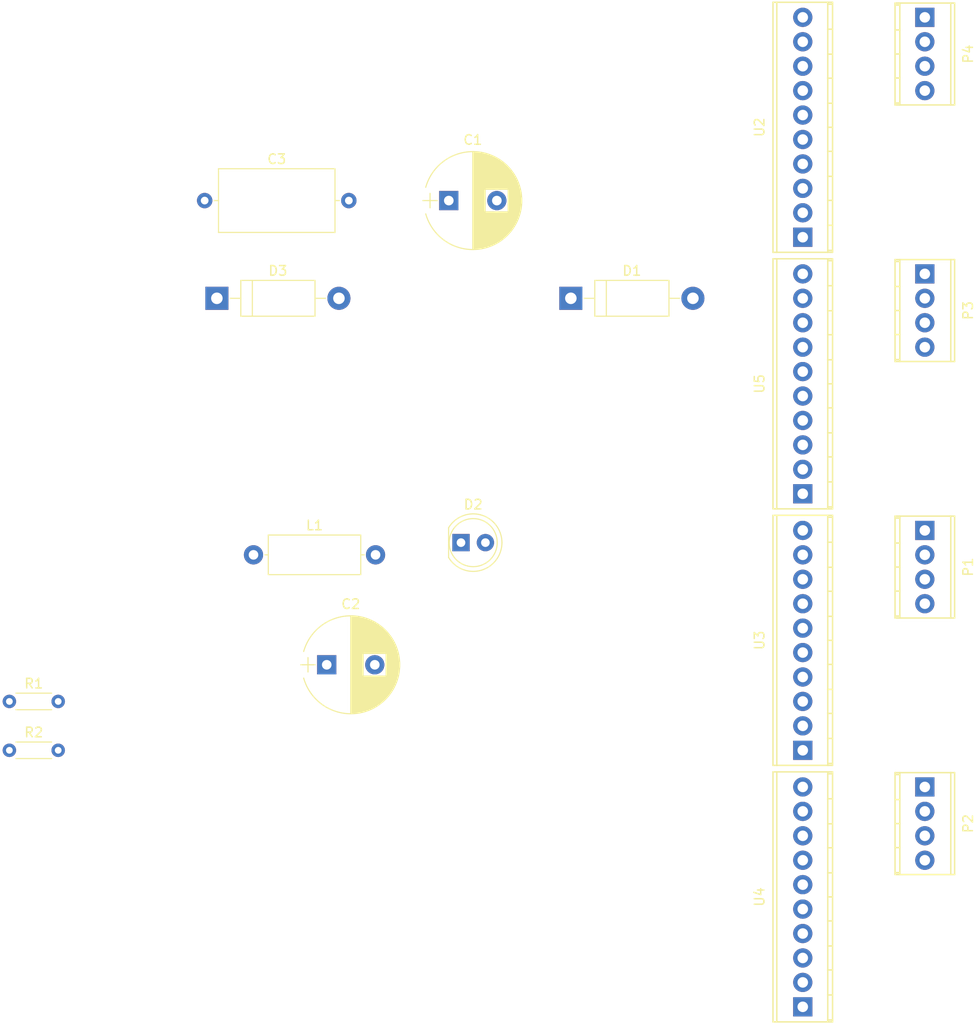
<source format=kicad_pcb>
(kicad_pcb (version 4) (host pcbnew 4.0.7)

  (general
    (links 45)
    (no_connects 45)
    (area 0 0 0 0)
    (thickness 1.6)
    (drawings 0)
    (tracks 0)
    (zones 0)
    (modules 17)
    (nets 30)
  )

  (page A4)
  (layers
    (0 F.Cu signal)
    (31 B.Cu signal)
    (32 B.Adhes user)
    (33 F.Adhes user)
    (34 B.Paste user)
    (35 F.Paste user)
    (36 B.SilkS user)
    (37 F.SilkS user)
    (38 B.Mask user)
    (39 F.Mask user)
    (40 Dwgs.User user)
    (41 Cmts.User user)
    (42 Eco1.User user)
    (43 Eco2.User user)
    (44 Edge.Cuts user)
    (45 Margin user)
    (46 B.CrtYd user)
    (47 F.CrtYd user)
    (48 B.Fab user)
    (49 F.Fab user)
  )

  (setup
    (last_trace_width 0.25)
    (trace_clearance 0.2)
    (zone_clearance 0.508)
    (zone_45_only no)
    (trace_min 0.2)
    (segment_width 0.2)
    (edge_width 0.15)
    (via_size 0.6)
    (via_drill 0.4)
    (via_min_size 0.4)
    (via_min_drill 0.3)
    (uvia_size 0.3)
    (uvia_drill 0.1)
    (uvias_allowed no)
    (uvia_min_size 0.2)
    (uvia_min_drill 0.1)
    (pcb_text_width 0.3)
    (pcb_text_size 1.5 1.5)
    (mod_edge_width 0.15)
    (mod_text_size 1 1)
    (mod_text_width 0.15)
    (pad_size 1.524 1.524)
    (pad_drill 0.762)
    (pad_to_mask_clearance 0.2)
    (aux_axis_origin 0 0)
    (visible_elements FFFFFF7F)
    (pcbplotparams
      (layerselection 0x00030_80000001)
      (usegerberextensions false)
      (excludeedgelayer true)
      (linewidth 0.100000)
      (plotframeref false)
      (viasonmask false)
      (mode 1)
      (useauxorigin false)
      (hpglpennumber 1)
      (hpglpenspeed 20)
      (hpglpendiameter 15)
      (hpglpenoverlay 2)
      (psnegative false)
      (psa4output false)
      (plotreference true)
      (plotvalue true)
      (plotinvisibletext false)
      (padsonsilk false)
      (subtractmaskfromsilk false)
      (outputformat 1)
      (mirror false)
      (drillshape 1)
      (scaleselection 1)
      (outputdirectory ""))
  )

  (net 0 "")
  (net 1 "Net-(C1-Pad1)")
  (net 2 GND)
  (net 3 +12V)
  (net 4 GNDD)
  (net 5 "Net-(C3-Pad1)")
  (net 6 "Net-(C3-Pad2)")
  (net 7 "Net-(D2-Pad2)")
  (net 8 "Net-(P1-Pad4)")
  (net 9 "Net-(P1-Pad1)")
  (net 10 "Net-(P1-Pad2)")
  (net 11 "Net-(P1-Pad3)")
  (net 12 "Net-(P2-Pad4)")
  (net 13 "Net-(P2-Pad1)")
  (net 14 "Net-(P2-Pad2)")
  (net 15 "Net-(P2-Pad3)")
  (net 16 "Net-(P3-Pad4)")
  (net 17 "Net-(P3-Pad1)")
  (net 18 "Net-(P3-Pad2)")
  (net 19 "Net-(P3-Pad3)")
  (net 20 "Net-(P4-Pad4)")
  (net 21 "Net-(P4-Pad1)")
  (net 22 "Net-(P4-Pad2)")
  (net 23 "Net-(P4-Pad3)")
  (net 24 "Net-(Q1-Pad2)")
  (net 25 /Motors/PUMP_IN)
  (net 26 /Sensor_Interface/SDA)
  (net 27 +5V)
  (net 28 /Sensor_Interface/SCLK)
  (net 29 /Sensor_Interface/ALERT)

  (net_class Default "This is the default net class."
    (clearance 0.2)
    (trace_width 0.25)
    (via_dia 0.6)
    (via_drill 0.4)
    (uvia_dia 0.3)
    (uvia_drill 0.1)
    (add_net +12V)
    (add_net +5V)
    (add_net /Motors/PUMP_IN)
    (add_net /Sensor_Interface/ALERT)
    (add_net /Sensor_Interface/SCLK)
    (add_net /Sensor_Interface/SDA)
    (add_net GND)
    (add_net GNDD)
    (add_net "Net-(C1-Pad1)")
    (add_net "Net-(C3-Pad1)")
    (add_net "Net-(C3-Pad2)")
    (add_net "Net-(D2-Pad2)")
    (add_net "Net-(P1-Pad1)")
    (add_net "Net-(P1-Pad2)")
    (add_net "Net-(P1-Pad3)")
    (add_net "Net-(P1-Pad4)")
    (add_net "Net-(P2-Pad1)")
    (add_net "Net-(P2-Pad2)")
    (add_net "Net-(P2-Pad3)")
    (add_net "Net-(P2-Pad4)")
    (add_net "Net-(P3-Pad1)")
    (add_net "Net-(P3-Pad2)")
    (add_net "Net-(P3-Pad3)")
    (add_net "Net-(P3-Pad4)")
    (add_net "Net-(P4-Pad1)")
    (add_net "Net-(P4-Pad2)")
    (add_net "Net-(P4-Pad3)")
    (add_net "Net-(P4-Pad4)")
    (add_net "Net-(Q1-Pad2)")
  )

  (module Capacitors_THT:C_Axial_L12.0mm_D6.5mm_P15.00mm_Horizontal (layer F.Cu) (tedit 597BC7C2) (tstamp 59D952B7)
    (at 128.27 80.01)
    (descr "C, Axial series, Axial, Horizontal, pin pitch=15mm, , length*diameter=12*6.5mm^2, http://cdn-reichelt.de/documents/datenblatt/B300/STYROFLEX.pdf")
    (tags "C Axial series Axial Horizontal pin pitch 15mm  length 12mm diameter 6.5mm")
    (path /59B326C6/59B60A7A)
    (fp_text reference C3 (at 7.5 -4.31) (layer F.SilkS)
      (effects (font (size 1 1) (thickness 0.15)))
    )
    (fp_text value 100pF (at 7.5 4.31) (layer F.Fab)
      (effects (font (size 1 1) (thickness 0.15)))
    )
    (fp_line (start 1.5 -3.25) (end 1.5 3.25) (layer F.Fab) (width 0.1))
    (fp_line (start 1.5 3.25) (end 13.5 3.25) (layer F.Fab) (width 0.1))
    (fp_line (start 13.5 3.25) (end 13.5 -3.25) (layer F.Fab) (width 0.1))
    (fp_line (start 13.5 -3.25) (end 1.5 -3.25) (layer F.Fab) (width 0.1))
    (fp_line (start 0 0) (end 1.5 0) (layer F.Fab) (width 0.1))
    (fp_line (start 15 0) (end 13.5 0) (layer F.Fab) (width 0.1))
    (fp_line (start 1.44 -3.31) (end 1.44 3.31) (layer F.SilkS) (width 0.12))
    (fp_line (start 1.44 3.31) (end 13.56 3.31) (layer F.SilkS) (width 0.12))
    (fp_line (start 13.56 3.31) (end 13.56 -3.31) (layer F.SilkS) (width 0.12))
    (fp_line (start 13.56 -3.31) (end 1.44 -3.31) (layer F.SilkS) (width 0.12))
    (fp_line (start 0.98 0) (end 1.44 0) (layer F.SilkS) (width 0.12))
    (fp_line (start 14.02 0) (end 13.56 0) (layer F.SilkS) (width 0.12))
    (fp_line (start -1.05 -3.6) (end -1.05 3.6) (layer F.CrtYd) (width 0.05))
    (fp_line (start -1.05 3.6) (end 16.05 3.6) (layer F.CrtYd) (width 0.05))
    (fp_line (start 16.05 3.6) (end 16.05 -3.6) (layer F.CrtYd) (width 0.05))
    (fp_line (start 16.05 -3.6) (end -1.05 -3.6) (layer F.CrtYd) (width 0.05))
    (fp_text user %R (at 7.5 0) (layer F.Fab)
      (effects (font (size 1 1) (thickness 0.15)))
    )
    (pad 1 thru_hole circle (at 0 0) (size 1.6 1.6) (drill 0.8) (layers *.Cu *.Mask)
      (net 5 "Net-(C3-Pad1)"))
    (pad 2 thru_hole oval (at 15 0) (size 1.6 1.6) (drill 0.8) (layers *.Cu *.Mask)
      (net 6 "Net-(C3-Pad2)"))
    (model ${KISYS3DMOD}/Capacitors_THT.3dshapes/C_Axial_L12.0mm_D6.5mm_P15.00mm_Horizontal.wrl
      (at (xyz 0 0 0))
      (scale (xyz 1 1 1))
      (rotate (xyz 0 0 0))
    )
  )

  (module LEDs:LED_D5.0mm (layer F.Cu) (tedit 5995936A) (tstamp 59D952E2)
    (at 154.94 115.57)
    (descr "LED, diameter 5.0mm, 2 pins, http://cdn-reichelt.de/documents/datenblatt/A500/LL-504BC2E-009.pdf")
    (tags "LED diameter 5.0mm 2 pins")
    (path /59B326C6/59B616E3)
    (fp_text reference D2 (at 1.27 -3.96) (layer F.SilkS)
      (effects (font (size 1 1) (thickness 0.15)))
    )
    (fp_text value LED (at 1.27 3.96) (layer F.Fab)
      (effects (font (size 1 1) (thickness 0.15)))
    )
    (fp_arc (start 1.27 0) (end -1.23 -1.469694) (angle 299.1) (layer F.Fab) (width 0.1))
    (fp_arc (start 1.27 0) (end -1.29 -1.54483) (angle 148.9) (layer F.SilkS) (width 0.12))
    (fp_arc (start 1.27 0) (end -1.29 1.54483) (angle -148.9) (layer F.SilkS) (width 0.12))
    (fp_circle (center 1.27 0) (end 3.77 0) (layer F.Fab) (width 0.1))
    (fp_circle (center 1.27 0) (end 3.77 0) (layer F.SilkS) (width 0.12))
    (fp_line (start -1.23 -1.469694) (end -1.23 1.469694) (layer F.Fab) (width 0.1))
    (fp_line (start -1.29 -1.545) (end -1.29 1.545) (layer F.SilkS) (width 0.12))
    (fp_line (start -1.95 -3.25) (end -1.95 3.25) (layer F.CrtYd) (width 0.05))
    (fp_line (start -1.95 3.25) (end 4.5 3.25) (layer F.CrtYd) (width 0.05))
    (fp_line (start 4.5 3.25) (end 4.5 -3.25) (layer F.CrtYd) (width 0.05))
    (fp_line (start 4.5 -3.25) (end -1.95 -3.25) (layer F.CrtYd) (width 0.05))
    (fp_text user %R (at 1.25 0) (layer F.Fab)
      (effects (font (size 0.8 0.8) (thickness 0.2)))
    )
    (pad 1 thru_hole rect (at 0 0) (size 1.8 1.8) (drill 0.9) (layers *.Cu *.Mask)
      (net 4 GNDD))
    (pad 2 thru_hole circle (at 2.54 0) (size 1.8 1.8) (drill 0.9) (layers *.Cu *.Mask)
      (net 7 "Net-(D2-Pad2)"))
    (model ${KISYS3DMOD}/LEDs.3dshapes/LED_D5.0mm.wrl
      (at (xyz 0 0 0))
      (scale (xyz 0.393701 0.393701 0.393701))
      (rotate (xyz 0 0 0))
    )
  )

  (module Inductors_THT:L_Axial_L9.5mm_D4.0mm_P12.70mm_Horizontal_Fastron_SMCC (layer F.Cu) (tedit 587E3FCE) (tstamp 59D95311)
    (at 133.35 116.84)
    (descr "L, Axial series, Axial, Horizontal, pin pitch=12.7mm, , length*diameter=9.5*4mm^2, Fastron, SMCC, http://cdn-reichelt.de/documents/datenblatt/B400/DS_SMCC_NEU.pdf, http://cdn-reichelt.de/documents/datenblatt/B400/LEADEDINDUCTORS.pdf")
    (tags "L Axial series Axial Horizontal pin pitch 12.7mm  length 9.5mm diameter 4mm Fastron SMCC")
    (path /59B326C6/59B62C45)
    (fp_text reference L1 (at 6.35 -3.06) (layer F.SilkS)
      (effects (font (size 1 1) (thickness 0.15)))
    )
    (fp_text value L (at 6.35 3.06) (layer F.Fab)
      (effects (font (size 1 1) (thickness 0.15)))
    )
    (fp_line (start 1.6 -2) (end 1.6 2) (layer F.Fab) (width 0.1))
    (fp_line (start 1.6 2) (end 11.1 2) (layer F.Fab) (width 0.1))
    (fp_line (start 11.1 2) (end 11.1 -2) (layer F.Fab) (width 0.1))
    (fp_line (start 11.1 -2) (end 1.6 -2) (layer F.Fab) (width 0.1))
    (fp_line (start 0 0) (end 1.6 0) (layer F.Fab) (width 0.1))
    (fp_line (start 12.7 0) (end 11.1 0) (layer F.Fab) (width 0.1))
    (fp_line (start 1.54 -2.06) (end 1.54 2.06) (layer F.SilkS) (width 0.12))
    (fp_line (start 1.54 2.06) (end 11.16 2.06) (layer F.SilkS) (width 0.12))
    (fp_line (start 11.16 2.06) (end 11.16 -2.06) (layer F.SilkS) (width 0.12))
    (fp_line (start 11.16 -2.06) (end 1.54 -2.06) (layer F.SilkS) (width 0.12))
    (fp_line (start 1.18 0) (end 1.54 0) (layer F.SilkS) (width 0.12))
    (fp_line (start 11.52 0) (end 11.16 0) (layer F.SilkS) (width 0.12))
    (fp_line (start -1.25 -2.35) (end -1.25 2.35) (layer F.CrtYd) (width 0.05))
    (fp_line (start -1.25 2.35) (end 13.95 2.35) (layer F.CrtYd) (width 0.05))
    (fp_line (start 13.95 2.35) (end 13.95 -2.35) (layer F.CrtYd) (width 0.05))
    (fp_line (start 13.95 -2.35) (end -1.25 -2.35) (layer F.CrtYd) (width 0.05))
    (pad 1 thru_hole circle (at 0 0) (size 2 2) (drill 1) (layers *.Cu *.Mask)
      (net 2 GND))
    (pad 2 thru_hole oval (at 12.7 0) (size 2 2) (drill 1) (layers *.Cu *.Mask)
      (net 4 GNDD))
    (model Inductors_THT.3dshapes/L_Axial_L9.5mm_D4.0mm_P12.70mm_Horizontal_Fastron_SMCC.wrl
      (at (xyz 0 0 0))
      (scale (xyz 0.393701 0.393701 0.393701))
      (rotate (xyz 0 0 0))
    )
  )

  (module Connectors_Terminal_Blocks:TerminalBlock_Pheonix_MPT-2.54mm_4pol (layer F.Cu) (tedit 0) (tstamp 59D95328)
    (at 203.2 114.3 270)
    (descr "4-way 2.54mm pitch terminal block, Phoenix MPT series")
    (path /59B1F6CA/59B2B108)
    (fp_text reference P1 (at 3.81 -4.50088 270) (layer F.SilkS)
      (effects (font (size 1 1) (thickness 0.15)))
    )
    (fp_text value CONN_01X04 (at 3.81 4.50088 270) (layer F.Fab)
      (effects (font (size 1 1) (thickness 0.15)))
    )
    (fp_line (start -1.778 -3.302) (end 9.398 -3.302) (layer F.CrtYd) (width 0.05))
    (fp_line (start -1.778 3.302) (end -1.778 -3.302) (layer F.CrtYd) (width 0.05))
    (fp_line (start 9.398 3.302) (end -1.778 3.302) (layer F.CrtYd) (width 0.05))
    (fp_line (start 9.398 -3.302) (end 9.398 3.302) (layer F.CrtYd) (width 0.05))
    (fp_line (start 9.11098 -3.0988) (end -1.49098 -3.0988) (layer F.SilkS) (width 0.15))
    (fp_line (start -1.49098 -2.70002) (end 9.11098 -2.70002) (layer F.SilkS) (width 0.15))
    (fp_line (start -1.49098 2.60096) (end 9.11098 2.60096) (layer F.SilkS) (width 0.15))
    (fp_line (start 9.11098 3.0988) (end -1.49098 3.0988) (layer F.SilkS) (width 0.15))
    (fp_line (start 6.30682 2.60096) (end 6.30682 3.0988) (layer F.SilkS) (width 0.15))
    (fp_line (start 3.81 2.60096) (end 3.81 3.0988) (layer F.SilkS) (width 0.15))
    (fp_line (start -1.28778 3.0988) (end -1.28778 2.60096) (layer F.SilkS) (width 0.15))
    (fp_line (start 8.91032 2.60096) (end 8.91032 3.0988) (layer F.SilkS) (width 0.15))
    (fp_line (start 1.31318 3.0988) (end 1.31318 2.60096) (layer F.SilkS) (width 0.15))
    (fp_line (start 9.10844 3.0988) (end 9.10844 -3.0988) (layer F.SilkS) (width 0.15))
    (fp_line (start -1.4859 -3.0988) (end -1.4859 3.0988) (layer F.SilkS) (width 0.15))
    (pad 4 thru_hole oval (at 7.62 0 90) (size 1.99898 1.99898) (drill 1.09728) (layers *.Cu *.Mask)
      (net 8 "Net-(P1-Pad4)"))
    (pad 1 thru_hole rect (at 0 0 90) (size 1.99898 1.99898) (drill 1.09728) (layers *.Cu *.Mask)
      (net 9 "Net-(P1-Pad1)"))
    (pad 2 thru_hole oval (at 2.54 0 90) (size 1.99898 1.99898) (drill 1.09728) (layers *.Cu *.Mask)
      (net 10 "Net-(P1-Pad2)"))
    (pad 3 thru_hole oval (at 5.08 0 90) (size 1.99898 1.99898) (drill 1.09728) (layers *.Cu *.Mask)
      (net 11 "Net-(P1-Pad3)"))
    (model Terminal_Blocks.3dshapes/TerminalBlock_Pheonix_MPT-2.54mm_4pol.wrl
      (at (xyz 0.15 0 0))
      (scale (xyz 1 1 1))
      (rotate (xyz 0 0 0))
    )
  )

  (module Connectors_Terminal_Blocks:TerminalBlock_Pheonix_MPT-2.54mm_4pol (layer F.Cu) (tedit 0) (tstamp 59D9533F)
    (at 203.2 140.97 270)
    (descr "4-way 2.54mm pitch terminal block, Phoenix MPT series")
    (path /59B1F6CA/59B2AE3D)
    (fp_text reference P2 (at 3.81 -4.50088 270) (layer F.SilkS)
      (effects (font (size 1 1) (thickness 0.15)))
    )
    (fp_text value CONN_01X04 (at 3.81 4.50088 270) (layer F.Fab)
      (effects (font (size 1 1) (thickness 0.15)))
    )
    (fp_line (start -1.778 -3.302) (end 9.398 -3.302) (layer F.CrtYd) (width 0.05))
    (fp_line (start -1.778 3.302) (end -1.778 -3.302) (layer F.CrtYd) (width 0.05))
    (fp_line (start 9.398 3.302) (end -1.778 3.302) (layer F.CrtYd) (width 0.05))
    (fp_line (start 9.398 -3.302) (end 9.398 3.302) (layer F.CrtYd) (width 0.05))
    (fp_line (start 9.11098 -3.0988) (end -1.49098 -3.0988) (layer F.SilkS) (width 0.15))
    (fp_line (start -1.49098 -2.70002) (end 9.11098 -2.70002) (layer F.SilkS) (width 0.15))
    (fp_line (start -1.49098 2.60096) (end 9.11098 2.60096) (layer F.SilkS) (width 0.15))
    (fp_line (start 9.11098 3.0988) (end -1.49098 3.0988) (layer F.SilkS) (width 0.15))
    (fp_line (start 6.30682 2.60096) (end 6.30682 3.0988) (layer F.SilkS) (width 0.15))
    (fp_line (start 3.81 2.60096) (end 3.81 3.0988) (layer F.SilkS) (width 0.15))
    (fp_line (start -1.28778 3.0988) (end -1.28778 2.60096) (layer F.SilkS) (width 0.15))
    (fp_line (start 8.91032 2.60096) (end 8.91032 3.0988) (layer F.SilkS) (width 0.15))
    (fp_line (start 1.31318 3.0988) (end 1.31318 2.60096) (layer F.SilkS) (width 0.15))
    (fp_line (start 9.10844 3.0988) (end 9.10844 -3.0988) (layer F.SilkS) (width 0.15))
    (fp_line (start -1.4859 -3.0988) (end -1.4859 3.0988) (layer F.SilkS) (width 0.15))
    (pad 4 thru_hole oval (at 7.62 0 90) (size 1.99898 1.99898) (drill 1.09728) (layers *.Cu *.Mask)
      (net 12 "Net-(P2-Pad4)"))
    (pad 1 thru_hole rect (at 0 0 90) (size 1.99898 1.99898) (drill 1.09728) (layers *.Cu *.Mask)
      (net 13 "Net-(P2-Pad1)"))
    (pad 2 thru_hole oval (at 2.54 0 90) (size 1.99898 1.99898) (drill 1.09728) (layers *.Cu *.Mask)
      (net 14 "Net-(P2-Pad2)"))
    (pad 3 thru_hole oval (at 5.08 0 90) (size 1.99898 1.99898) (drill 1.09728) (layers *.Cu *.Mask)
      (net 15 "Net-(P2-Pad3)"))
    (model Terminal_Blocks.3dshapes/TerminalBlock_Pheonix_MPT-2.54mm_4pol.wrl
      (at (xyz 0.15 0 0))
      (scale (xyz 1 1 1))
      (rotate (xyz 0 0 0))
    )
  )

  (module Connectors_Terminal_Blocks:TerminalBlock_Pheonix_MPT-2.54mm_4pol (layer F.Cu) (tedit 0) (tstamp 59D95356)
    (at 203.2 87.63 270)
    (descr "4-way 2.54mm pitch terminal block, Phoenix MPT series")
    (path /59B1F6CA/59B2B15A)
    (fp_text reference P3 (at 3.81 -4.50088 270) (layer F.SilkS)
      (effects (font (size 1 1) (thickness 0.15)))
    )
    (fp_text value CONN_01X04 (at 3.81 4.50088 270) (layer F.Fab)
      (effects (font (size 1 1) (thickness 0.15)))
    )
    (fp_line (start -1.778 -3.302) (end 9.398 -3.302) (layer F.CrtYd) (width 0.05))
    (fp_line (start -1.778 3.302) (end -1.778 -3.302) (layer F.CrtYd) (width 0.05))
    (fp_line (start 9.398 3.302) (end -1.778 3.302) (layer F.CrtYd) (width 0.05))
    (fp_line (start 9.398 -3.302) (end 9.398 3.302) (layer F.CrtYd) (width 0.05))
    (fp_line (start 9.11098 -3.0988) (end -1.49098 -3.0988) (layer F.SilkS) (width 0.15))
    (fp_line (start -1.49098 -2.70002) (end 9.11098 -2.70002) (layer F.SilkS) (width 0.15))
    (fp_line (start -1.49098 2.60096) (end 9.11098 2.60096) (layer F.SilkS) (width 0.15))
    (fp_line (start 9.11098 3.0988) (end -1.49098 3.0988) (layer F.SilkS) (width 0.15))
    (fp_line (start 6.30682 2.60096) (end 6.30682 3.0988) (layer F.SilkS) (width 0.15))
    (fp_line (start 3.81 2.60096) (end 3.81 3.0988) (layer F.SilkS) (width 0.15))
    (fp_line (start -1.28778 3.0988) (end -1.28778 2.60096) (layer F.SilkS) (width 0.15))
    (fp_line (start 8.91032 2.60096) (end 8.91032 3.0988) (layer F.SilkS) (width 0.15))
    (fp_line (start 1.31318 3.0988) (end 1.31318 2.60096) (layer F.SilkS) (width 0.15))
    (fp_line (start 9.10844 3.0988) (end 9.10844 -3.0988) (layer F.SilkS) (width 0.15))
    (fp_line (start -1.4859 -3.0988) (end -1.4859 3.0988) (layer F.SilkS) (width 0.15))
    (pad 4 thru_hole oval (at 7.62 0 90) (size 1.99898 1.99898) (drill 1.09728) (layers *.Cu *.Mask)
      (net 16 "Net-(P3-Pad4)"))
    (pad 1 thru_hole rect (at 0 0 90) (size 1.99898 1.99898) (drill 1.09728) (layers *.Cu *.Mask)
      (net 17 "Net-(P3-Pad1)"))
    (pad 2 thru_hole oval (at 2.54 0 90) (size 1.99898 1.99898) (drill 1.09728) (layers *.Cu *.Mask)
      (net 18 "Net-(P3-Pad2)"))
    (pad 3 thru_hole oval (at 5.08 0 90) (size 1.99898 1.99898) (drill 1.09728) (layers *.Cu *.Mask)
      (net 19 "Net-(P3-Pad3)"))
    (model Terminal_Blocks.3dshapes/TerminalBlock_Pheonix_MPT-2.54mm_4pol.wrl
      (at (xyz 0.15 0 0))
      (scale (xyz 1 1 1))
      (rotate (xyz 0 0 0))
    )
  )

  (module Connectors_Terminal_Blocks:TerminalBlock_Pheonix_MPT-2.54mm_4pol (layer F.Cu) (tedit 0) (tstamp 59D9536D)
    (at 203.2 60.96 270)
    (descr "4-way 2.54mm pitch terminal block, Phoenix MPT series")
    (path /59B1F6CA/59B2B315)
    (fp_text reference P4 (at 3.81 -4.50088 270) (layer F.SilkS)
      (effects (font (size 1 1) (thickness 0.15)))
    )
    (fp_text value CONN_01X04 (at 3.81 4.50088 270) (layer F.Fab)
      (effects (font (size 1 1) (thickness 0.15)))
    )
    (fp_line (start -1.778 -3.302) (end 9.398 -3.302) (layer F.CrtYd) (width 0.05))
    (fp_line (start -1.778 3.302) (end -1.778 -3.302) (layer F.CrtYd) (width 0.05))
    (fp_line (start 9.398 3.302) (end -1.778 3.302) (layer F.CrtYd) (width 0.05))
    (fp_line (start 9.398 -3.302) (end 9.398 3.302) (layer F.CrtYd) (width 0.05))
    (fp_line (start 9.11098 -3.0988) (end -1.49098 -3.0988) (layer F.SilkS) (width 0.15))
    (fp_line (start -1.49098 -2.70002) (end 9.11098 -2.70002) (layer F.SilkS) (width 0.15))
    (fp_line (start -1.49098 2.60096) (end 9.11098 2.60096) (layer F.SilkS) (width 0.15))
    (fp_line (start 9.11098 3.0988) (end -1.49098 3.0988) (layer F.SilkS) (width 0.15))
    (fp_line (start 6.30682 2.60096) (end 6.30682 3.0988) (layer F.SilkS) (width 0.15))
    (fp_line (start 3.81 2.60096) (end 3.81 3.0988) (layer F.SilkS) (width 0.15))
    (fp_line (start -1.28778 3.0988) (end -1.28778 2.60096) (layer F.SilkS) (width 0.15))
    (fp_line (start 8.91032 2.60096) (end 8.91032 3.0988) (layer F.SilkS) (width 0.15))
    (fp_line (start 1.31318 3.0988) (end 1.31318 2.60096) (layer F.SilkS) (width 0.15))
    (fp_line (start 9.10844 3.0988) (end 9.10844 -3.0988) (layer F.SilkS) (width 0.15))
    (fp_line (start -1.4859 -3.0988) (end -1.4859 3.0988) (layer F.SilkS) (width 0.15))
    (pad 4 thru_hole oval (at 7.62 0 90) (size 1.99898 1.99898) (drill 1.09728) (layers *.Cu *.Mask)
      (net 20 "Net-(P4-Pad4)"))
    (pad 1 thru_hole rect (at 0 0 90) (size 1.99898 1.99898) (drill 1.09728) (layers *.Cu *.Mask)
      (net 21 "Net-(P4-Pad1)"))
    (pad 2 thru_hole oval (at 2.54 0 90) (size 1.99898 1.99898) (drill 1.09728) (layers *.Cu *.Mask)
      (net 22 "Net-(P4-Pad2)"))
    (pad 3 thru_hole oval (at 5.08 0 90) (size 1.99898 1.99898) (drill 1.09728) (layers *.Cu *.Mask)
      (net 23 "Net-(P4-Pad3)"))
    (model Terminal_Blocks.3dshapes/TerminalBlock_Pheonix_MPT-2.54mm_4pol.wrl
      (at (xyz 0.15 0 0))
      (scale (xyz 1 1 1))
      (rotate (xyz 0 0 0))
    )
  )

  (module Resistors_THT:R_Axial_DIN0204_L3.6mm_D1.6mm_P5.08mm_Horizontal (layer F.Cu) (tedit 5874F706) (tstamp 59D9537F)
    (at 107.95 132.08)
    (descr "Resistor, Axial_DIN0204 series, Axial, Horizontal, pin pitch=5.08mm, 0.16666666666666666W = 1/6W, length*diameter=3.6*1.6mm^2, http://cdn-reichelt.de/documents/datenblatt/B400/1_4W%23YAG.pdf")
    (tags "Resistor Axial_DIN0204 series Axial Horizontal pin pitch 5.08mm 0.16666666666666666W = 1/6W length 3.6mm diameter 1.6mm")
    (path /59B326C6/59B5F2DD)
    (fp_text reference R1 (at 2.54 -1.86) (layer F.SilkS)
      (effects (font (size 1 1) (thickness 0.15)))
    )
    (fp_text value R (at 2.54 1.86) (layer F.Fab)
      (effects (font (size 1 1) (thickness 0.15)))
    )
    (fp_line (start 0.74 -0.8) (end 0.74 0.8) (layer F.Fab) (width 0.1))
    (fp_line (start 0.74 0.8) (end 4.34 0.8) (layer F.Fab) (width 0.1))
    (fp_line (start 4.34 0.8) (end 4.34 -0.8) (layer F.Fab) (width 0.1))
    (fp_line (start 4.34 -0.8) (end 0.74 -0.8) (layer F.Fab) (width 0.1))
    (fp_line (start 0 0) (end 0.74 0) (layer F.Fab) (width 0.1))
    (fp_line (start 5.08 0) (end 4.34 0) (layer F.Fab) (width 0.1))
    (fp_line (start 0.68 -0.86) (end 4.4 -0.86) (layer F.SilkS) (width 0.12))
    (fp_line (start 0.68 0.86) (end 4.4 0.86) (layer F.SilkS) (width 0.12))
    (fp_line (start -0.95 -1.15) (end -0.95 1.15) (layer F.CrtYd) (width 0.05))
    (fp_line (start -0.95 1.15) (end 6.05 1.15) (layer F.CrtYd) (width 0.05))
    (fp_line (start 6.05 1.15) (end 6.05 -1.15) (layer F.CrtYd) (width 0.05))
    (fp_line (start 6.05 -1.15) (end -0.95 -1.15) (layer F.CrtYd) (width 0.05))
    (pad 1 thru_hole circle (at 0 0) (size 1.4 1.4) (drill 0.7) (layers *.Cu *.Mask)
      (net 24 "Net-(Q1-Pad2)"))
    (pad 2 thru_hole oval (at 5.08 0) (size 1.4 1.4) (drill 0.7) (layers *.Cu *.Mask)
      (net 25 /Motors/PUMP_IN))
    (model ${KISYS3DMOD}/Resistors_THT.3dshapes/R_Axial_DIN0204_L3.6mm_D1.6mm_P5.08mm_Horizontal.wrl
      (at (xyz 0 0 0))
      (scale (xyz 0.393701 0.393701 0.393701))
      (rotate (xyz 0 0 0))
    )
  )

  (module Resistors_THT:R_Axial_DIN0204_L3.6mm_D1.6mm_P5.08mm_Horizontal (layer F.Cu) (tedit 5874F706) (tstamp 59D95391)
    (at 107.95 137.16)
    (descr "Resistor, Axial_DIN0204 series, Axial, Horizontal, pin pitch=5.08mm, 0.16666666666666666W = 1/6W, length*diameter=3.6*1.6mm^2, http://cdn-reichelt.de/documents/datenblatt/B400/1_4W%23YAG.pdf")
    (tags "Resistor Axial_DIN0204 series Axial Horizontal pin pitch 5.08mm 0.16666666666666666W = 1/6W length 3.6mm diameter 1.6mm")
    (path /59B326C6/59B618AA)
    (fp_text reference R2 (at 2.54 -1.86) (layer F.SilkS)
      (effects (font (size 1 1) (thickness 0.15)))
    )
    (fp_text value 100 (at 2.54 1.86) (layer F.Fab)
      (effects (font (size 1 1) (thickness 0.15)))
    )
    (fp_line (start 0.74 -0.8) (end 0.74 0.8) (layer F.Fab) (width 0.1))
    (fp_line (start 0.74 0.8) (end 4.34 0.8) (layer F.Fab) (width 0.1))
    (fp_line (start 4.34 0.8) (end 4.34 -0.8) (layer F.Fab) (width 0.1))
    (fp_line (start 4.34 -0.8) (end 0.74 -0.8) (layer F.Fab) (width 0.1))
    (fp_line (start 0 0) (end 0.74 0) (layer F.Fab) (width 0.1))
    (fp_line (start 5.08 0) (end 4.34 0) (layer F.Fab) (width 0.1))
    (fp_line (start 0.68 -0.86) (end 4.4 -0.86) (layer F.SilkS) (width 0.12))
    (fp_line (start 0.68 0.86) (end 4.4 0.86) (layer F.SilkS) (width 0.12))
    (fp_line (start -0.95 -1.15) (end -0.95 1.15) (layer F.CrtYd) (width 0.05))
    (fp_line (start -0.95 1.15) (end 6.05 1.15) (layer F.CrtYd) (width 0.05))
    (fp_line (start 6.05 1.15) (end 6.05 -1.15) (layer F.CrtYd) (width 0.05))
    (fp_line (start 6.05 -1.15) (end -0.95 -1.15) (layer F.CrtYd) (width 0.05))
    (pad 1 thru_hole circle (at 0 0) (size 1.4 1.4) (drill 0.7) (layers *.Cu *.Mask)
      (net 5 "Net-(C3-Pad1)"))
    (pad 2 thru_hole oval (at 5.08 0) (size 1.4 1.4) (drill 0.7) (layers *.Cu *.Mask)
      (net 7 "Net-(D2-Pad2)"))
    (model ${KISYS3DMOD}/Resistors_THT.3dshapes/R_Axial_DIN0204_L3.6mm_D1.6mm_P5.08mm_Horizontal.wrl
      (at (xyz 0 0 0))
      (scale (xyz 0.393701 0.393701 0.393701))
      (rotate (xyz 0 0 0))
    )
  )

  (module Connectors_Terminal_Blocks:TerminalBlock_Pheonix_MPT-2.54mm_10pol (layer F.Cu) (tedit 55B5B0C6) (tstamp 59D953B4)
    (at 190.5 83.82 90)
    (descr "10-way 2.54mm pitch terminal block, Phoenix MPT series")
    (path /59B1F6CA/59B29207)
    (fp_text reference U2 (at 11.43 -4.50088 90) (layer F.SilkS)
      (effects (font (size 1 1) (thickness 0.15)))
    )
    (fp_text value ADS1115 (at 11.43 4.50088 90) (layer F.Fab)
      (effects (font (size 1 1) (thickness 0.15)))
    )
    (fp_line (start -1.8 -3.3) (end 24.6 -3.3) (layer F.CrtYd) (width 0.05))
    (fp_line (start -1.8 3.3) (end -1.8 -3.3) (layer F.CrtYd) (width 0.05))
    (fp_line (start 24.6 3.3) (end -1.8 3.3) (layer F.CrtYd) (width 0.05))
    (fp_line (start 24.6 -3.3) (end 24.6 3.3) (layer F.CrtYd) (width 0.05))
    (fp_line (start 11.43 2.60096) (end 11.43 3.0988) (layer F.SilkS) (width 0.15))
    (fp_line (start 24.42972 -2.70002) (end -1.56972 -2.70002) (layer F.SilkS) (width 0.15))
    (fp_line (start -1.56972 -3.0988) (end 24.42972 -3.0988) (layer F.SilkS) (width 0.15))
    (fp_line (start 24.42972 2.60096) (end -1.56972 2.60096) (layer F.SilkS) (width 0.15))
    (fp_line (start -1.56972 3.0988) (end 24.42972 3.0988) (layer F.SilkS) (width 0.15))
    (fp_line (start 8.93064 2.60096) (end 8.93064 3.0988) (layer F.SilkS) (width 0.15))
    (fp_line (start 13.92936 2.60096) (end 13.92936 3.0988) (layer F.SilkS) (width 0.15))
    (fp_line (start 21.63064 2.60096) (end 21.63064 3.0988) (layer F.SilkS) (width 0.15))
    (fp_line (start 19.02968 2.60096) (end 19.02968 3.0988) (layer F.SilkS) (width 0.15))
    (fp_line (start 16.53286 2.60096) (end 16.53286 3.0988) (layer F.SilkS) (width 0.15))
    (fp_line (start 6.32968 2.60096) (end 6.32968 3.0988) (layer F.SilkS) (width 0.15))
    (fp_line (start 3.83286 2.60096) (end 3.83286 3.0988) (layer F.SilkS) (width 0.15))
    (fp_line (start -1.36906 3.0988) (end -1.36906 2.60096) (layer F.SilkS) (width 0.15))
    (fp_line (start 24.22906 2.60096) (end 24.22906 3.0988) (layer F.SilkS) (width 0.15))
    (fp_line (start 1.23444 3.0988) (end 1.23444 2.60096) (layer F.SilkS) (width 0.15))
    (fp_line (start 24.42718 3.0988) (end 24.42718 -3.0988) (layer F.SilkS) (width 0.15))
    (fp_line (start -1.56718 -3.0988) (end -1.56718 3.0988) (layer F.SilkS) (width 0.15))
    (pad 4 thru_hole oval (at 7.62 0 270) (size 1.99898 1.99898) (drill 1.09728) (layers *.Cu *.Mask)
      (net 26 /Sensor_Interface/SDA))
    (pad 1 thru_hole rect (at 0 0 270) (size 1.99898 1.99898) (drill 1.09728) (layers *.Cu *.Mask)
      (net 27 +5V))
    (pad 2 thru_hole oval (at 2.54 0 270) (size 1.99898 1.99898) (drill 1.09728) (layers *.Cu *.Mask)
      (net 2 GND))
    (pad 3 thru_hole oval (at 5.08 0 270) (size 1.99898 1.99898) (drill 1.09728) (layers *.Cu *.Mask)
      (net 28 /Sensor_Interface/SCLK))
    (pad 5 thru_hole oval (at 10.16 0 270) (size 1.99898 1.99898) (drill 1.09728) (layers *.Cu *.Mask)
      (net 28 /Sensor_Interface/SCLK))
    (pad 6 thru_hole oval (at 12.7 0 270) (size 1.99898 1.99898) (drill 1.09728) (layers *.Cu *.Mask)
      (net 29 /Sensor_Interface/ALERT))
    (pad 7 thru_hole oval (at 15.24 0 270) (size 1.99898 1.99898) (drill 1.09728) (layers *.Cu *.Mask)
      (net 20 "Net-(P4-Pad4)"))
    (pad 8 thru_hole oval (at 17.78 0 270) (size 1.99898 1.99898) (drill 1.09728) (layers *.Cu *.Mask)
      (net 23 "Net-(P4-Pad3)"))
    (pad 9 thru_hole oval (at 20.32 0 270) (size 1.99898 1.99898) (drill 1.09728) (layers *.Cu *.Mask)
      (net 22 "Net-(P4-Pad2)"))
    (pad 10 thru_hole oval (at 22.86 0 270) (size 1.99898 1.99898) (drill 1.09728) (layers *.Cu *.Mask)
      (net 21 "Net-(P4-Pad1)"))
    (model Terminal_Blocks.3dshapes/TerminalBlock_Pheonix_MPT-2.54mm_10pol.wrl
      (at (xyz 0.45 0 0))
      (scale (xyz 1 1 1))
      (rotate (xyz 0 0 0))
    )
  )

  (module Connectors_Terminal_Blocks:TerminalBlock_Pheonix_MPT-2.54mm_10pol (layer F.Cu) (tedit 55B5B0C6) (tstamp 59D953D7)
    (at 190.5 137.16 90)
    (descr "10-way 2.54mm pitch terminal block, Phoenix MPT series")
    (path /59B1F6CA/59B29154)
    (fp_text reference U3 (at 11.43 -4.50088 90) (layer F.SilkS)
      (effects (font (size 1 1) (thickness 0.15)))
    )
    (fp_text value ADS1115 (at 11.43 4.50088 90) (layer F.Fab)
      (effects (font (size 1 1) (thickness 0.15)))
    )
    (fp_line (start -1.8 -3.3) (end 24.6 -3.3) (layer F.CrtYd) (width 0.05))
    (fp_line (start -1.8 3.3) (end -1.8 -3.3) (layer F.CrtYd) (width 0.05))
    (fp_line (start 24.6 3.3) (end -1.8 3.3) (layer F.CrtYd) (width 0.05))
    (fp_line (start 24.6 -3.3) (end 24.6 3.3) (layer F.CrtYd) (width 0.05))
    (fp_line (start 11.43 2.60096) (end 11.43 3.0988) (layer F.SilkS) (width 0.15))
    (fp_line (start 24.42972 -2.70002) (end -1.56972 -2.70002) (layer F.SilkS) (width 0.15))
    (fp_line (start -1.56972 -3.0988) (end 24.42972 -3.0988) (layer F.SilkS) (width 0.15))
    (fp_line (start 24.42972 2.60096) (end -1.56972 2.60096) (layer F.SilkS) (width 0.15))
    (fp_line (start -1.56972 3.0988) (end 24.42972 3.0988) (layer F.SilkS) (width 0.15))
    (fp_line (start 8.93064 2.60096) (end 8.93064 3.0988) (layer F.SilkS) (width 0.15))
    (fp_line (start 13.92936 2.60096) (end 13.92936 3.0988) (layer F.SilkS) (width 0.15))
    (fp_line (start 21.63064 2.60096) (end 21.63064 3.0988) (layer F.SilkS) (width 0.15))
    (fp_line (start 19.02968 2.60096) (end 19.02968 3.0988) (layer F.SilkS) (width 0.15))
    (fp_line (start 16.53286 2.60096) (end 16.53286 3.0988) (layer F.SilkS) (width 0.15))
    (fp_line (start 6.32968 2.60096) (end 6.32968 3.0988) (layer F.SilkS) (width 0.15))
    (fp_line (start 3.83286 2.60096) (end 3.83286 3.0988) (layer F.SilkS) (width 0.15))
    (fp_line (start -1.36906 3.0988) (end -1.36906 2.60096) (layer F.SilkS) (width 0.15))
    (fp_line (start 24.22906 2.60096) (end 24.22906 3.0988) (layer F.SilkS) (width 0.15))
    (fp_line (start 1.23444 3.0988) (end 1.23444 2.60096) (layer F.SilkS) (width 0.15))
    (fp_line (start 24.42718 3.0988) (end 24.42718 -3.0988) (layer F.SilkS) (width 0.15))
    (fp_line (start -1.56718 -3.0988) (end -1.56718 3.0988) (layer F.SilkS) (width 0.15))
    (pad 4 thru_hole oval (at 7.62 0 270) (size 1.99898 1.99898) (drill 1.09728) (layers *.Cu *.Mask)
      (net 26 /Sensor_Interface/SDA))
    (pad 1 thru_hole rect (at 0 0 270) (size 1.99898 1.99898) (drill 1.09728) (layers *.Cu *.Mask)
      (net 27 +5V))
    (pad 2 thru_hole oval (at 2.54 0 270) (size 1.99898 1.99898) (drill 1.09728) (layers *.Cu *.Mask)
      (net 2 GND))
    (pad 3 thru_hole oval (at 5.08 0 270) (size 1.99898 1.99898) (drill 1.09728) (layers *.Cu *.Mask)
      (net 28 /Sensor_Interface/SCLK))
    (pad 5 thru_hole oval (at 10.16 0 270) (size 1.99898 1.99898) (drill 1.09728) (layers *.Cu *.Mask)
      (net 2 GND))
    (pad 6 thru_hole oval (at 12.7 0 270) (size 1.99898 1.99898) (drill 1.09728) (layers *.Cu *.Mask)
      (net 29 /Sensor_Interface/ALERT))
    (pad 7 thru_hole oval (at 15.24 0 270) (size 1.99898 1.99898) (drill 1.09728) (layers *.Cu *.Mask)
      (net 8 "Net-(P1-Pad4)"))
    (pad 8 thru_hole oval (at 17.78 0 270) (size 1.99898 1.99898) (drill 1.09728) (layers *.Cu *.Mask)
      (net 11 "Net-(P1-Pad3)"))
    (pad 9 thru_hole oval (at 20.32 0 270) (size 1.99898 1.99898) (drill 1.09728) (layers *.Cu *.Mask)
      (net 10 "Net-(P1-Pad2)"))
    (pad 10 thru_hole oval (at 22.86 0 270) (size 1.99898 1.99898) (drill 1.09728) (layers *.Cu *.Mask)
      (net 9 "Net-(P1-Pad1)"))
    (model Terminal_Blocks.3dshapes/TerminalBlock_Pheonix_MPT-2.54mm_10pol.wrl
      (at (xyz 0.45 0 0))
      (scale (xyz 1 1 1))
      (rotate (xyz 0 0 0))
    )
  )

  (module Connectors_Terminal_Blocks:TerminalBlock_Pheonix_MPT-2.54mm_10pol (layer F.Cu) (tedit 55B5B0C6) (tstamp 59D953FA)
    (at 190.5 163.83 90)
    (descr "10-way 2.54mm pitch terminal block, Phoenix MPT series")
    (path /59B1F6CA/59B29192)
    (fp_text reference U4 (at 11.43 -4.50088 90) (layer F.SilkS)
      (effects (font (size 1 1) (thickness 0.15)))
    )
    (fp_text value ADS1115 (at 11.43 4.50088 90) (layer F.Fab)
      (effects (font (size 1 1) (thickness 0.15)))
    )
    (fp_line (start -1.8 -3.3) (end 24.6 -3.3) (layer F.CrtYd) (width 0.05))
    (fp_line (start -1.8 3.3) (end -1.8 -3.3) (layer F.CrtYd) (width 0.05))
    (fp_line (start 24.6 3.3) (end -1.8 3.3) (layer F.CrtYd) (width 0.05))
    (fp_line (start 24.6 -3.3) (end 24.6 3.3) (layer F.CrtYd) (width 0.05))
    (fp_line (start 11.43 2.60096) (end 11.43 3.0988) (layer F.SilkS) (width 0.15))
    (fp_line (start 24.42972 -2.70002) (end -1.56972 -2.70002) (layer F.SilkS) (width 0.15))
    (fp_line (start -1.56972 -3.0988) (end 24.42972 -3.0988) (layer F.SilkS) (width 0.15))
    (fp_line (start 24.42972 2.60096) (end -1.56972 2.60096) (layer F.SilkS) (width 0.15))
    (fp_line (start -1.56972 3.0988) (end 24.42972 3.0988) (layer F.SilkS) (width 0.15))
    (fp_line (start 8.93064 2.60096) (end 8.93064 3.0988) (layer F.SilkS) (width 0.15))
    (fp_line (start 13.92936 2.60096) (end 13.92936 3.0988) (layer F.SilkS) (width 0.15))
    (fp_line (start 21.63064 2.60096) (end 21.63064 3.0988) (layer F.SilkS) (width 0.15))
    (fp_line (start 19.02968 2.60096) (end 19.02968 3.0988) (layer F.SilkS) (width 0.15))
    (fp_line (start 16.53286 2.60096) (end 16.53286 3.0988) (layer F.SilkS) (width 0.15))
    (fp_line (start 6.32968 2.60096) (end 6.32968 3.0988) (layer F.SilkS) (width 0.15))
    (fp_line (start 3.83286 2.60096) (end 3.83286 3.0988) (layer F.SilkS) (width 0.15))
    (fp_line (start -1.36906 3.0988) (end -1.36906 2.60096) (layer F.SilkS) (width 0.15))
    (fp_line (start 24.22906 2.60096) (end 24.22906 3.0988) (layer F.SilkS) (width 0.15))
    (fp_line (start 1.23444 3.0988) (end 1.23444 2.60096) (layer F.SilkS) (width 0.15))
    (fp_line (start 24.42718 3.0988) (end 24.42718 -3.0988) (layer F.SilkS) (width 0.15))
    (fp_line (start -1.56718 -3.0988) (end -1.56718 3.0988) (layer F.SilkS) (width 0.15))
    (pad 4 thru_hole oval (at 7.62 0 270) (size 1.99898 1.99898) (drill 1.09728) (layers *.Cu *.Mask)
      (net 26 /Sensor_Interface/SDA))
    (pad 1 thru_hole rect (at 0 0 270) (size 1.99898 1.99898) (drill 1.09728) (layers *.Cu *.Mask)
      (net 27 +5V))
    (pad 2 thru_hole oval (at 2.54 0 270) (size 1.99898 1.99898) (drill 1.09728) (layers *.Cu *.Mask)
      (net 2 GND))
    (pad 3 thru_hole oval (at 5.08 0 270) (size 1.99898 1.99898) (drill 1.09728) (layers *.Cu *.Mask)
      (net 28 /Sensor_Interface/SCLK))
    (pad 5 thru_hole oval (at 10.16 0 270) (size 1.99898 1.99898) (drill 1.09728) (layers *.Cu *.Mask)
      (net 27 +5V))
    (pad 6 thru_hole oval (at 12.7 0 270) (size 1.99898 1.99898) (drill 1.09728) (layers *.Cu *.Mask)
      (net 29 /Sensor_Interface/ALERT))
    (pad 7 thru_hole oval (at 15.24 0 270) (size 1.99898 1.99898) (drill 1.09728) (layers *.Cu *.Mask)
      (net 12 "Net-(P2-Pad4)"))
    (pad 8 thru_hole oval (at 17.78 0 270) (size 1.99898 1.99898) (drill 1.09728) (layers *.Cu *.Mask)
      (net 15 "Net-(P2-Pad3)"))
    (pad 9 thru_hole oval (at 20.32 0 270) (size 1.99898 1.99898) (drill 1.09728) (layers *.Cu *.Mask)
      (net 14 "Net-(P2-Pad2)"))
    (pad 10 thru_hole oval (at 22.86 0 270) (size 1.99898 1.99898) (drill 1.09728) (layers *.Cu *.Mask)
      (net 13 "Net-(P2-Pad1)"))
    (model Terminal_Blocks.3dshapes/TerminalBlock_Pheonix_MPT-2.54mm_10pol.wrl
      (at (xyz 0.45 0 0))
      (scale (xyz 1 1 1))
      (rotate (xyz 0 0 0))
    )
  )

  (module Connectors_Terminal_Blocks:TerminalBlock_Pheonix_MPT-2.54mm_10pol (layer F.Cu) (tedit 55B5B0C6) (tstamp 59D9541D)
    (at 190.5 110.49 90)
    (descr "10-way 2.54mm pitch terminal block, Phoenix MPT series")
    (path /59B1F6CA/59B291B4)
    (fp_text reference U5 (at 11.43 -4.50088 90) (layer F.SilkS)
      (effects (font (size 1 1) (thickness 0.15)))
    )
    (fp_text value ADS1115 (at 11.43 4.50088 90) (layer F.Fab)
      (effects (font (size 1 1) (thickness 0.15)))
    )
    (fp_line (start -1.8 -3.3) (end 24.6 -3.3) (layer F.CrtYd) (width 0.05))
    (fp_line (start -1.8 3.3) (end -1.8 -3.3) (layer F.CrtYd) (width 0.05))
    (fp_line (start 24.6 3.3) (end -1.8 3.3) (layer F.CrtYd) (width 0.05))
    (fp_line (start 24.6 -3.3) (end 24.6 3.3) (layer F.CrtYd) (width 0.05))
    (fp_line (start 11.43 2.60096) (end 11.43 3.0988) (layer F.SilkS) (width 0.15))
    (fp_line (start 24.42972 -2.70002) (end -1.56972 -2.70002) (layer F.SilkS) (width 0.15))
    (fp_line (start -1.56972 -3.0988) (end 24.42972 -3.0988) (layer F.SilkS) (width 0.15))
    (fp_line (start 24.42972 2.60096) (end -1.56972 2.60096) (layer F.SilkS) (width 0.15))
    (fp_line (start -1.56972 3.0988) (end 24.42972 3.0988) (layer F.SilkS) (width 0.15))
    (fp_line (start 8.93064 2.60096) (end 8.93064 3.0988) (layer F.SilkS) (width 0.15))
    (fp_line (start 13.92936 2.60096) (end 13.92936 3.0988) (layer F.SilkS) (width 0.15))
    (fp_line (start 21.63064 2.60096) (end 21.63064 3.0988) (layer F.SilkS) (width 0.15))
    (fp_line (start 19.02968 2.60096) (end 19.02968 3.0988) (layer F.SilkS) (width 0.15))
    (fp_line (start 16.53286 2.60096) (end 16.53286 3.0988) (layer F.SilkS) (width 0.15))
    (fp_line (start 6.32968 2.60096) (end 6.32968 3.0988) (layer F.SilkS) (width 0.15))
    (fp_line (start 3.83286 2.60096) (end 3.83286 3.0988) (layer F.SilkS) (width 0.15))
    (fp_line (start -1.36906 3.0988) (end -1.36906 2.60096) (layer F.SilkS) (width 0.15))
    (fp_line (start 24.22906 2.60096) (end 24.22906 3.0988) (layer F.SilkS) (width 0.15))
    (fp_line (start 1.23444 3.0988) (end 1.23444 2.60096) (layer F.SilkS) (width 0.15))
    (fp_line (start 24.42718 3.0988) (end 24.42718 -3.0988) (layer F.SilkS) (width 0.15))
    (fp_line (start -1.56718 -3.0988) (end -1.56718 3.0988) (layer F.SilkS) (width 0.15))
    (pad 4 thru_hole oval (at 7.62 0 270) (size 1.99898 1.99898) (drill 1.09728) (layers *.Cu *.Mask)
      (net 26 /Sensor_Interface/SDA))
    (pad 1 thru_hole rect (at 0 0 270) (size 1.99898 1.99898) (drill 1.09728) (layers *.Cu *.Mask)
      (net 27 +5V))
    (pad 2 thru_hole oval (at 2.54 0 270) (size 1.99898 1.99898) (drill 1.09728) (layers *.Cu *.Mask)
      (net 2 GND))
    (pad 3 thru_hole oval (at 5.08 0 270) (size 1.99898 1.99898) (drill 1.09728) (layers *.Cu *.Mask)
      (net 28 /Sensor_Interface/SCLK))
    (pad 5 thru_hole oval (at 10.16 0 270) (size 1.99898 1.99898) (drill 1.09728) (layers *.Cu *.Mask)
      (net 26 /Sensor_Interface/SDA))
    (pad 6 thru_hole oval (at 12.7 0 270) (size 1.99898 1.99898) (drill 1.09728) (layers *.Cu *.Mask)
      (net 29 /Sensor_Interface/ALERT))
    (pad 7 thru_hole oval (at 15.24 0 270) (size 1.99898 1.99898) (drill 1.09728) (layers *.Cu *.Mask)
      (net 16 "Net-(P3-Pad4)"))
    (pad 8 thru_hole oval (at 17.78 0 270) (size 1.99898 1.99898) (drill 1.09728) (layers *.Cu *.Mask)
      (net 19 "Net-(P3-Pad3)"))
    (pad 9 thru_hole oval (at 20.32 0 270) (size 1.99898 1.99898) (drill 1.09728) (layers *.Cu *.Mask)
      (net 18 "Net-(P3-Pad2)"))
    (pad 10 thru_hole oval (at 22.86 0 270) (size 1.99898 1.99898) (drill 1.09728) (layers *.Cu *.Mask)
      (net 17 "Net-(P3-Pad1)"))
    (model Terminal_Blocks.3dshapes/TerminalBlock_Pheonix_MPT-2.54mm_10pol.wrl
      (at (xyz 0.45 0 0))
      (scale (xyz 1 1 1))
      (rotate (xyz 0 0 0))
    )
  )

  (module Diodes_THT:D_DO-15_P12.70mm_Horizontal (layer F.Cu) (tedit 5921392E) (tstamp 59D952FB)
    (at 129.54 90.17)
    (descr "D, DO-15 series, Axial, Horizontal, pin pitch=12.7mm, , length*diameter=7.6*3.6mm^2, , http://www.diodes.com/_files/packages/DO-15.pdf")
    (tags "D DO-15 series Axial Horizontal pin pitch 12.7mm  length 7.6mm diameter 3.6mm")
    (path /59B326C6/59B65D7A)
    (fp_text reference D3 (at 6.35 -2.86) (layer F.SilkS)
      (effects (font (size 1 1) (thickness 0.15)))
    )
    (fp_text value D (at 6.35 2.86) (layer F.Fab)
      (effects (font (size 1 1) (thickness 0.15)))
    )
    (fp_text user %R (at 6.35 0) (layer F.Fab)
      (effects (font (size 1 1) (thickness 0.15)))
    )
    (fp_line (start 2.55 -1.8) (end 2.55 1.8) (layer F.Fab) (width 0.1))
    (fp_line (start 2.55 1.8) (end 10.15 1.8) (layer F.Fab) (width 0.1))
    (fp_line (start 10.15 1.8) (end 10.15 -1.8) (layer F.Fab) (width 0.1))
    (fp_line (start 10.15 -1.8) (end 2.55 -1.8) (layer F.Fab) (width 0.1))
    (fp_line (start 0 0) (end 2.55 0) (layer F.Fab) (width 0.1))
    (fp_line (start 12.7 0) (end 10.15 0) (layer F.Fab) (width 0.1))
    (fp_line (start 3.69 -1.8) (end 3.69 1.8) (layer F.Fab) (width 0.1))
    (fp_line (start 2.49 -1.86) (end 2.49 1.86) (layer F.SilkS) (width 0.12))
    (fp_line (start 2.49 1.86) (end 10.21 1.86) (layer F.SilkS) (width 0.12))
    (fp_line (start 10.21 1.86) (end 10.21 -1.86) (layer F.SilkS) (width 0.12))
    (fp_line (start 10.21 -1.86) (end 2.49 -1.86) (layer F.SilkS) (width 0.12))
    (fp_line (start 1.38 0) (end 2.49 0) (layer F.SilkS) (width 0.12))
    (fp_line (start 11.32 0) (end 10.21 0) (layer F.SilkS) (width 0.12))
    (fp_line (start 3.69 -1.86) (end 3.69 1.86) (layer F.SilkS) (width 0.12))
    (fp_line (start -1.45 -2.15) (end -1.45 2.15) (layer F.CrtYd) (width 0.05))
    (fp_line (start -1.45 2.15) (end 14.15 2.15) (layer F.CrtYd) (width 0.05))
    (fp_line (start 14.15 2.15) (end 14.15 -2.15) (layer F.CrtYd) (width 0.05))
    (fp_line (start 14.15 -2.15) (end -1.45 -2.15) (layer F.CrtYd) (width 0.05))
    (pad 1 thru_hole rect (at 0 0) (size 2.4 2.4) (drill 1.2) (layers *.Cu *.Mask)
      (net 5 "Net-(C3-Pad1)"))
    (pad 2 thru_hole oval (at 12.7 0) (size 2.4 2.4) (drill 1.2) (layers *.Cu *.Mask)
      (net 6 "Net-(C3-Pad2)"))
    (model ${KISYS3DMOD}/Diodes_THT.3dshapes/D_DO-15_P12.70mm_Horizontal.wrl
      (at (xyz 0 0 0))
      (scale (xyz 0.393701 0.393701 0.393701))
      (rotate (xyz 0 0 0))
    )
  )

  (module Diodes_THT:D_DO-15_P12.70mm_Horizontal (layer F.Cu) (tedit 5921392E) (tstamp 59D952D0)
    (at 166.37 90.17)
    (descr "D, DO-15 series, Axial, Horizontal, pin pitch=12.7mm, , length*diameter=7.6*3.6mm^2, , http://www.diodes.com/_files/packages/DO-15.pdf")
    (tags "D DO-15 series Axial Horizontal pin pitch 12.7mm  length 7.6mm diameter 3.6mm")
    (path /59B326C6/59B5F17D)
    (fp_text reference D1 (at 6.35 -2.86) (layer F.SilkS)
      (effects (font (size 1 1) (thickness 0.15)))
    )
    (fp_text value D (at 6.35 2.86) (layer F.Fab)
      (effects (font (size 1 1) (thickness 0.15)))
    )
    (fp_text user %R (at 6.35 0) (layer F.Fab)
      (effects (font (size 1 1) (thickness 0.15)))
    )
    (fp_line (start 2.55 -1.8) (end 2.55 1.8) (layer F.Fab) (width 0.1))
    (fp_line (start 2.55 1.8) (end 10.15 1.8) (layer F.Fab) (width 0.1))
    (fp_line (start 10.15 1.8) (end 10.15 -1.8) (layer F.Fab) (width 0.1))
    (fp_line (start 10.15 -1.8) (end 2.55 -1.8) (layer F.Fab) (width 0.1))
    (fp_line (start 0 0) (end 2.55 0) (layer F.Fab) (width 0.1))
    (fp_line (start 12.7 0) (end 10.15 0) (layer F.Fab) (width 0.1))
    (fp_line (start 3.69 -1.8) (end 3.69 1.8) (layer F.Fab) (width 0.1))
    (fp_line (start 2.49 -1.86) (end 2.49 1.86) (layer F.SilkS) (width 0.12))
    (fp_line (start 2.49 1.86) (end 10.21 1.86) (layer F.SilkS) (width 0.12))
    (fp_line (start 10.21 1.86) (end 10.21 -1.86) (layer F.SilkS) (width 0.12))
    (fp_line (start 10.21 -1.86) (end 2.49 -1.86) (layer F.SilkS) (width 0.12))
    (fp_line (start 1.38 0) (end 2.49 0) (layer F.SilkS) (width 0.12))
    (fp_line (start 11.32 0) (end 10.21 0) (layer F.SilkS) (width 0.12))
    (fp_line (start 3.69 -1.86) (end 3.69 1.86) (layer F.SilkS) (width 0.12))
    (fp_line (start -1.45 -2.15) (end -1.45 2.15) (layer F.CrtYd) (width 0.05))
    (fp_line (start -1.45 2.15) (end 14.15 2.15) (layer F.CrtYd) (width 0.05))
    (fp_line (start 14.15 2.15) (end 14.15 -2.15) (layer F.CrtYd) (width 0.05))
    (fp_line (start 14.15 -2.15) (end -1.45 -2.15) (layer F.CrtYd) (width 0.05))
    (pad 1 thru_hole rect (at 0 0) (size 2.4 2.4) (drill 1.2) (layers *.Cu *.Mask)
      (net 1 "Net-(C1-Pad1)"))
    (pad 2 thru_hole oval (at 12.7 0) (size 2.4 2.4) (drill 1.2) (layers *.Cu *.Mask)
      (net 2 GND))
    (model ${KISYS3DMOD}/Diodes_THT.3dshapes/D_DO-15_P12.70mm_Horizontal.wrl
      (at (xyz 0 0 0))
      (scale (xyz 0.393701 0.393701 0.393701))
      (rotate (xyz 0 0 0))
    )
  )

  (module Capacitors_THT:CP_Radial_D10.0mm_P5.00mm (layer F.Cu) (tedit 597BC7C2) (tstamp 59D95279)
    (at 153.67 80.01)
    (descr "CP, Radial series, Radial, pin pitch=5.00mm, , diameter=10mm, Electrolytic Capacitor")
    (tags "CP Radial series Radial pin pitch 5.00mm  diameter 10mm Electrolytic Capacitor")
    (path /59B326C6/59B71339)
    (fp_text reference C1 (at 2.5 -6.31) (layer F.SilkS)
      (effects (font (size 1 1) (thickness 0.15)))
    )
    (fp_text value CP (at 2.5 6.31) (layer F.Fab)
      (effects (font (size 1 1) (thickness 0.15)))
    )
    (fp_arc (start 2.5 0) (end -2.399357 -1.38) (angle 148.5) (layer F.SilkS) (width 0.12))
    (fp_arc (start 2.5 0) (end -2.399357 1.38) (angle -148.5) (layer F.SilkS) (width 0.12))
    (fp_arc (start 2.5 0) (end 7.399357 -1.38) (angle 31.5) (layer F.SilkS) (width 0.12))
    (fp_circle (center 2.5 0) (end 7.5 0) (layer F.Fab) (width 0.1))
    (fp_line (start -2.7 0) (end -1.2 0) (layer F.Fab) (width 0.1))
    (fp_line (start -1.95 -0.75) (end -1.95 0.75) (layer F.Fab) (width 0.1))
    (fp_line (start 2.5 -5.05) (end 2.5 5.05) (layer F.SilkS) (width 0.12))
    (fp_line (start 2.54 -5.05) (end 2.54 5.05) (layer F.SilkS) (width 0.12))
    (fp_line (start 2.58 -5.05) (end 2.58 5.05) (layer F.SilkS) (width 0.12))
    (fp_line (start 2.62 -5.049) (end 2.62 5.049) (layer F.SilkS) (width 0.12))
    (fp_line (start 2.66 -5.048) (end 2.66 5.048) (layer F.SilkS) (width 0.12))
    (fp_line (start 2.7 -5.047) (end 2.7 5.047) (layer F.SilkS) (width 0.12))
    (fp_line (start 2.74 -5.045) (end 2.74 5.045) (layer F.SilkS) (width 0.12))
    (fp_line (start 2.78 -5.043) (end 2.78 5.043) (layer F.SilkS) (width 0.12))
    (fp_line (start 2.82 -5.04) (end 2.82 5.04) (layer F.SilkS) (width 0.12))
    (fp_line (start 2.86 -5.038) (end 2.86 5.038) (layer F.SilkS) (width 0.12))
    (fp_line (start 2.9 -5.035) (end 2.9 5.035) (layer F.SilkS) (width 0.12))
    (fp_line (start 2.94 -5.031) (end 2.94 5.031) (layer F.SilkS) (width 0.12))
    (fp_line (start 2.98 -5.028) (end 2.98 5.028) (layer F.SilkS) (width 0.12))
    (fp_line (start 3.02 -5.024) (end 3.02 5.024) (layer F.SilkS) (width 0.12))
    (fp_line (start 3.06 -5.02) (end 3.06 5.02) (layer F.SilkS) (width 0.12))
    (fp_line (start 3.1 -5.015) (end 3.1 5.015) (layer F.SilkS) (width 0.12))
    (fp_line (start 3.14 -5.01) (end 3.14 5.01) (layer F.SilkS) (width 0.12))
    (fp_line (start 3.18 -5.005) (end 3.18 5.005) (layer F.SilkS) (width 0.12))
    (fp_line (start 3.221 -4.999) (end 3.221 4.999) (layer F.SilkS) (width 0.12))
    (fp_line (start 3.261 -4.993) (end 3.261 4.993) (layer F.SilkS) (width 0.12))
    (fp_line (start 3.301 -4.987) (end 3.301 4.987) (layer F.SilkS) (width 0.12))
    (fp_line (start 3.341 -4.981) (end 3.341 4.981) (layer F.SilkS) (width 0.12))
    (fp_line (start 3.381 -4.974) (end 3.381 4.974) (layer F.SilkS) (width 0.12))
    (fp_line (start 3.421 -4.967) (end 3.421 4.967) (layer F.SilkS) (width 0.12))
    (fp_line (start 3.461 -4.959) (end 3.461 4.959) (layer F.SilkS) (width 0.12))
    (fp_line (start 3.501 -4.951) (end 3.501 4.951) (layer F.SilkS) (width 0.12))
    (fp_line (start 3.541 -4.943) (end 3.541 4.943) (layer F.SilkS) (width 0.12))
    (fp_line (start 3.581 -4.935) (end 3.581 4.935) (layer F.SilkS) (width 0.12))
    (fp_line (start 3.621 -4.926) (end 3.621 4.926) (layer F.SilkS) (width 0.12))
    (fp_line (start 3.661 -4.917) (end 3.661 4.917) (layer F.SilkS) (width 0.12))
    (fp_line (start 3.701 -4.907) (end 3.701 4.907) (layer F.SilkS) (width 0.12))
    (fp_line (start 3.741 -4.897) (end 3.741 4.897) (layer F.SilkS) (width 0.12))
    (fp_line (start 3.781 -4.887) (end 3.781 4.887) (layer F.SilkS) (width 0.12))
    (fp_line (start 3.821 -4.876) (end 3.821 -1.181) (layer F.SilkS) (width 0.12))
    (fp_line (start 3.821 1.181) (end 3.821 4.876) (layer F.SilkS) (width 0.12))
    (fp_line (start 3.861 -4.865) (end 3.861 -1.181) (layer F.SilkS) (width 0.12))
    (fp_line (start 3.861 1.181) (end 3.861 4.865) (layer F.SilkS) (width 0.12))
    (fp_line (start 3.901 -4.854) (end 3.901 -1.181) (layer F.SilkS) (width 0.12))
    (fp_line (start 3.901 1.181) (end 3.901 4.854) (layer F.SilkS) (width 0.12))
    (fp_line (start 3.941 -4.843) (end 3.941 -1.181) (layer F.SilkS) (width 0.12))
    (fp_line (start 3.941 1.181) (end 3.941 4.843) (layer F.SilkS) (width 0.12))
    (fp_line (start 3.981 -4.831) (end 3.981 -1.181) (layer F.SilkS) (width 0.12))
    (fp_line (start 3.981 1.181) (end 3.981 4.831) (layer F.SilkS) (width 0.12))
    (fp_line (start 4.021 -4.818) (end 4.021 -1.181) (layer F.SilkS) (width 0.12))
    (fp_line (start 4.021 1.181) (end 4.021 4.818) (layer F.SilkS) (width 0.12))
    (fp_line (start 4.061 -4.806) (end 4.061 -1.181) (layer F.SilkS) (width 0.12))
    (fp_line (start 4.061 1.181) (end 4.061 4.806) (layer F.SilkS) (width 0.12))
    (fp_line (start 4.101 -4.792) (end 4.101 -1.181) (layer F.SilkS) (width 0.12))
    (fp_line (start 4.101 1.181) (end 4.101 4.792) (layer F.SilkS) (width 0.12))
    (fp_line (start 4.141 -4.779) (end 4.141 -1.181) (layer F.SilkS) (width 0.12))
    (fp_line (start 4.141 1.181) (end 4.141 4.779) (layer F.SilkS) (width 0.12))
    (fp_line (start 4.181 -4.765) (end 4.181 -1.181) (layer F.SilkS) (width 0.12))
    (fp_line (start 4.181 1.181) (end 4.181 4.765) (layer F.SilkS) (width 0.12))
    (fp_line (start 4.221 -4.751) (end 4.221 -1.181) (layer F.SilkS) (width 0.12))
    (fp_line (start 4.221 1.181) (end 4.221 4.751) (layer F.SilkS) (width 0.12))
    (fp_line (start 4.261 -4.737) (end 4.261 -1.181) (layer F.SilkS) (width 0.12))
    (fp_line (start 4.261 1.181) (end 4.261 4.737) (layer F.SilkS) (width 0.12))
    (fp_line (start 4.301 -4.722) (end 4.301 -1.181) (layer F.SilkS) (width 0.12))
    (fp_line (start 4.301 1.181) (end 4.301 4.722) (layer F.SilkS) (width 0.12))
    (fp_line (start 4.341 -4.706) (end 4.341 -1.181) (layer F.SilkS) (width 0.12))
    (fp_line (start 4.341 1.181) (end 4.341 4.706) (layer F.SilkS) (width 0.12))
    (fp_line (start 4.381 -4.691) (end 4.381 -1.181) (layer F.SilkS) (width 0.12))
    (fp_line (start 4.381 1.181) (end 4.381 4.691) (layer F.SilkS) (width 0.12))
    (fp_line (start 4.421 -4.674) (end 4.421 -1.181) (layer F.SilkS) (width 0.12))
    (fp_line (start 4.421 1.181) (end 4.421 4.674) (layer F.SilkS) (width 0.12))
    (fp_line (start 4.461 -4.658) (end 4.461 -1.181) (layer F.SilkS) (width 0.12))
    (fp_line (start 4.461 1.181) (end 4.461 4.658) (layer F.SilkS) (width 0.12))
    (fp_line (start 4.501 -4.641) (end 4.501 -1.181) (layer F.SilkS) (width 0.12))
    (fp_line (start 4.501 1.181) (end 4.501 4.641) (layer F.SilkS) (width 0.12))
    (fp_line (start 4.541 -4.624) (end 4.541 -1.181) (layer F.SilkS) (width 0.12))
    (fp_line (start 4.541 1.181) (end 4.541 4.624) (layer F.SilkS) (width 0.12))
    (fp_line (start 4.581 -4.606) (end 4.581 -1.181) (layer F.SilkS) (width 0.12))
    (fp_line (start 4.581 1.181) (end 4.581 4.606) (layer F.SilkS) (width 0.12))
    (fp_line (start 4.621 -4.588) (end 4.621 -1.181) (layer F.SilkS) (width 0.12))
    (fp_line (start 4.621 1.181) (end 4.621 4.588) (layer F.SilkS) (width 0.12))
    (fp_line (start 4.661 -4.569) (end 4.661 -1.181) (layer F.SilkS) (width 0.12))
    (fp_line (start 4.661 1.181) (end 4.661 4.569) (layer F.SilkS) (width 0.12))
    (fp_line (start 4.701 -4.55) (end 4.701 -1.181) (layer F.SilkS) (width 0.12))
    (fp_line (start 4.701 1.181) (end 4.701 4.55) (layer F.SilkS) (width 0.12))
    (fp_line (start 4.741 -4.531) (end 4.741 -1.181) (layer F.SilkS) (width 0.12))
    (fp_line (start 4.741 1.181) (end 4.741 4.531) (layer F.SilkS) (width 0.12))
    (fp_line (start 4.781 -4.511) (end 4.781 -1.181) (layer F.SilkS) (width 0.12))
    (fp_line (start 4.781 1.181) (end 4.781 4.511) (layer F.SilkS) (width 0.12))
    (fp_line (start 4.821 -4.491) (end 4.821 -1.181) (layer F.SilkS) (width 0.12))
    (fp_line (start 4.821 1.181) (end 4.821 4.491) (layer F.SilkS) (width 0.12))
    (fp_line (start 4.861 -4.47) (end 4.861 -1.181) (layer F.SilkS) (width 0.12))
    (fp_line (start 4.861 1.181) (end 4.861 4.47) (layer F.SilkS) (width 0.12))
    (fp_line (start 4.901 -4.449) (end 4.901 -1.181) (layer F.SilkS) (width 0.12))
    (fp_line (start 4.901 1.181) (end 4.901 4.449) (layer F.SilkS) (width 0.12))
    (fp_line (start 4.941 -4.428) (end 4.941 -1.181) (layer F.SilkS) (width 0.12))
    (fp_line (start 4.941 1.181) (end 4.941 4.428) (layer F.SilkS) (width 0.12))
    (fp_line (start 4.981 -4.405) (end 4.981 -1.181) (layer F.SilkS) (width 0.12))
    (fp_line (start 4.981 1.181) (end 4.981 4.405) (layer F.SilkS) (width 0.12))
    (fp_line (start 5.021 -4.383) (end 5.021 -1.181) (layer F.SilkS) (width 0.12))
    (fp_line (start 5.021 1.181) (end 5.021 4.383) (layer F.SilkS) (width 0.12))
    (fp_line (start 5.061 -4.36) (end 5.061 -1.181) (layer F.SilkS) (width 0.12))
    (fp_line (start 5.061 1.181) (end 5.061 4.36) (layer F.SilkS) (width 0.12))
    (fp_line (start 5.101 -4.336) (end 5.101 -1.181) (layer F.SilkS) (width 0.12))
    (fp_line (start 5.101 1.181) (end 5.101 4.336) (layer F.SilkS) (width 0.12))
    (fp_line (start 5.141 -4.312) (end 5.141 -1.181) (layer F.SilkS) (width 0.12))
    (fp_line (start 5.141 1.181) (end 5.141 4.312) (layer F.SilkS) (width 0.12))
    (fp_line (start 5.181 -4.288) (end 5.181 -1.181) (layer F.SilkS) (width 0.12))
    (fp_line (start 5.181 1.181) (end 5.181 4.288) (layer F.SilkS) (width 0.12))
    (fp_line (start 5.221 -4.263) (end 5.221 -1.181) (layer F.SilkS) (width 0.12))
    (fp_line (start 5.221 1.181) (end 5.221 4.263) (layer F.SilkS) (width 0.12))
    (fp_line (start 5.261 -4.237) (end 5.261 -1.181) (layer F.SilkS) (width 0.12))
    (fp_line (start 5.261 1.181) (end 5.261 4.237) (layer F.SilkS) (width 0.12))
    (fp_line (start 5.301 -4.211) (end 5.301 -1.181) (layer F.SilkS) (width 0.12))
    (fp_line (start 5.301 1.181) (end 5.301 4.211) (layer F.SilkS) (width 0.12))
    (fp_line (start 5.341 -4.185) (end 5.341 -1.181) (layer F.SilkS) (width 0.12))
    (fp_line (start 5.341 1.181) (end 5.341 4.185) (layer F.SilkS) (width 0.12))
    (fp_line (start 5.381 -4.157) (end 5.381 -1.181) (layer F.SilkS) (width 0.12))
    (fp_line (start 5.381 1.181) (end 5.381 4.157) (layer F.SilkS) (width 0.12))
    (fp_line (start 5.421 -4.13) (end 5.421 -1.181) (layer F.SilkS) (width 0.12))
    (fp_line (start 5.421 1.181) (end 5.421 4.13) (layer F.SilkS) (width 0.12))
    (fp_line (start 5.461 -4.101) (end 5.461 -1.181) (layer F.SilkS) (width 0.12))
    (fp_line (start 5.461 1.181) (end 5.461 4.101) (layer F.SilkS) (width 0.12))
    (fp_line (start 5.501 -4.072) (end 5.501 -1.181) (layer F.SilkS) (width 0.12))
    (fp_line (start 5.501 1.181) (end 5.501 4.072) (layer F.SilkS) (width 0.12))
    (fp_line (start 5.541 -4.043) (end 5.541 -1.181) (layer F.SilkS) (width 0.12))
    (fp_line (start 5.541 1.181) (end 5.541 4.043) (layer F.SilkS) (width 0.12))
    (fp_line (start 5.581 -4.013) (end 5.581 -1.181) (layer F.SilkS) (width 0.12))
    (fp_line (start 5.581 1.181) (end 5.581 4.013) (layer F.SilkS) (width 0.12))
    (fp_line (start 5.621 -3.982) (end 5.621 -1.181) (layer F.SilkS) (width 0.12))
    (fp_line (start 5.621 1.181) (end 5.621 3.982) (layer F.SilkS) (width 0.12))
    (fp_line (start 5.661 -3.951) (end 5.661 -1.181) (layer F.SilkS) (width 0.12))
    (fp_line (start 5.661 1.181) (end 5.661 3.951) (layer F.SilkS) (width 0.12))
    (fp_line (start 5.701 -3.919) (end 5.701 -1.181) (layer F.SilkS) (width 0.12))
    (fp_line (start 5.701 1.181) (end 5.701 3.919) (layer F.SilkS) (width 0.12))
    (fp_line (start 5.741 -3.886) (end 5.741 -1.181) (layer F.SilkS) (width 0.12))
    (fp_line (start 5.741 1.181) (end 5.741 3.886) (layer F.SilkS) (width 0.12))
    (fp_line (start 5.781 -3.853) (end 5.781 -1.181) (layer F.SilkS) (width 0.12))
    (fp_line (start 5.781 1.181) (end 5.781 3.853) (layer F.SilkS) (width 0.12))
    (fp_line (start 5.821 -3.819) (end 5.821 -1.181) (layer F.SilkS) (width 0.12))
    (fp_line (start 5.821 1.181) (end 5.821 3.819) (layer F.SilkS) (width 0.12))
    (fp_line (start 5.861 -3.784) (end 5.861 -1.181) (layer F.SilkS) (width 0.12))
    (fp_line (start 5.861 1.181) (end 5.861 3.784) (layer F.SilkS) (width 0.12))
    (fp_line (start 5.901 -3.748) (end 5.901 -1.181) (layer F.SilkS) (width 0.12))
    (fp_line (start 5.901 1.181) (end 5.901 3.748) (layer F.SilkS) (width 0.12))
    (fp_line (start 5.941 -3.712) (end 5.941 -1.181) (layer F.SilkS) (width 0.12))
    (fp_line (start 5.941 1.181) (end 5.941 3.712) (layer F.SilkS) (width 0.12))
    (fp_line (start 5.981 -3.675) (end 5.981 -1.181) (layer F.SilkS) (width 0.12))
    (fp_line (start 5.981 1.181) (end 5.981 3.675) (layer F.SilkS) (width 0.12))
    (fp_line (start 6.021 -3.637) (end 6.021 -1.181) (layer F.SilkS) (width 0.12))
    (fp_line (start 6.021 1.181) (end 6.021 3.637) (layer F.SilkS) (width 0.12))
    (fp_line (start 6.061 -3.598) (end 6.061 -1.181) (layer F.SilkS) (width 0.12))
    (fp_line (start 6.061 1.181) (end 6.061 3.598) (layer F.SilkS) (width 0.12))
    (fp_line (start 6.101 -3.559) (end 6.101 -1.181) (layer F.SilkS) (width 0.12))
    (fp_line (start 6.101 1.181) (end 6.101 3.559) (layer F.SilkS) (width 0.12))
    (fp_line (start 6.141 -3.518) (end 6.141 -1.181) (layer F.SilkS) (width 0.12))
    (fp_line (start 6.141 1.181) (end 6.141 3.518) (layer F.SilkS) (width 0.12))
    (fp_line (start 6.181 -3.477) (end 6.181 3.477) (layer F.SilkS) (width 0.12))
    (fp_line (start 6.221 -3.435) (end 6.221 3.435) (layer F.SilkS) (width 0.12))
    (fp_line (start 6.261 -3.391) (end 6.261 3.391) (layer F.SilkS) (width 0.12))
    (fp_line (start 6.301 -3.347) (end 6.301 3.347) (layer F.SilkS) (width 0.12))
    (fp_line (start 6.341 -3.302) (end 6.341 3.302) (layer F.SilkS) (width 0.12))
    (fp_line (start 6.381 -3.255) (end 6.381 3.255) (layer F.SilkS) (width 0.12))
    (fp_line (start 6.421 -3.207) (end 6.421 3.207) (layer F.SilkS) (width 0.12))
    (fp_line (start 6.461 -3.158) (end 6.461 3.158) (layer F.SilkS) (width 0.12))
    (fp_line (start 6.501 -3.108) (end 6.501 3.108) (layer F.SilkS) (width 0.12))
    (fp_line (start 6.541 -3.057) (end 6.541 3.057) (layer F.SilkS) (width 0.12))
    (fp_line (start 6.581 -3.004) (end 6.581 3.004) (layer F.SilkS) (width 0.12))
    (fp_line (start 6.621 -2.949) (end 6.621 2.949) (layer F.SilkS) (width 0.12))
    (fp_line (start 6.661 -2.894) (end 6.661 2.894) (layer F.SilkS) (width 0.12))
    (fp_line (start 6.701 -2.836) (end 6.701 2.836) (layer F.SilkS) (width 0.12))
    (fp_line (start 6.741 -2.777) (end 6.741 2.777) (layer F.SilkS) (width 0.12))
    (fp_line (start 6.781 -2.715) (end 6.781 2.715) (layer F.SilkS) (width 0.12))
    (fp_line (start 6.821 -2.652) (end 6.821 2.652) (layer F.SilkS) (width 0.12))
    (fp_line (start 6.861 -2.587) (end 6.861 2.587) (layer F.SilkS) (width 0.12))
    (fp_line (start 6.901 -2.519) (end 6.901 2.519) (layer F.SilkS) (width 0.12))
    (fp_line (start 6.941 -2.449) (end 6.941 2.449) (layer F.SilkS) (width 0.12))
    (fp_line (start 6.981 -2.377) (end 6.981 2.377) (layer F.SilkS) (width 0.12))
    (fp_line (start 7.021 -2.301) (end 7.021 2.301) (layer F.SilkS) (width 0.12))
    (fp_line (start 7.061 -2.222) (end 7.061 2.222) (layer F.SilkS) (width 0.12))
    (fp_line (start 7.101 -2.14) (end 7.101 2.14) (layer F.SilkS) (width 0.12))
    (fp_line (start 7.141 -2.053) (end 7.141 2.053) (layer F.SilkS) (width 0.12))
    (fp_line (start 7.181 -1.962) (end 7.181 1.962) (layer F.SilkS) (width 0.12))
    (fp_line (start 7.221 -1.866) (end 7.221 1.866) (layer F.SilkS) (width 0.12))
    (fp_line (start 7.261 -1.763) (end 7.261 1.763) (layer F.SilkS) (width 0.12))
    (fp_line (start 7.301 -1.654) (end 7.301 1.654) (layer F.SilkS) (width 0.12))
    (fp_line (start 7.341 -1.536) (end 7.341 1.536) (layer F.SilkS) (width 0.12))
    (fp_line (start 7.381 -1.407) (end 7.381 1.407) (layer F.SilkS) (width 0.12))
    (fp_line (start 7.421 -1.265) (end 7.421 1.265) (layer F.SilkS) (width 0.12))
    (fp_line (start 7.461 -1.104) (end 7.461 1.104) (layer F.SilkS) (width 0.12))
    (fp_line (start 7.501 -0.913) (end 7.501 0.913) (layer F.SilkS) (width 0.12))
    (fp_line (start 7.541 -0.672) (end 7.541 0.672) (layer F.SilkS) (width 0.12))
    (fp_line (start 7.581 -0.279) (end 7.581 0.279) (layer F.SilkS) (width 0.12))
    (fp_line (start -2.7 0) (end -1.2 0) (layer F.SilkS) (width 0.12))
    (fp_line (start -1.95 -0.75) (end -1.95 0.75) (layer F.SilkS) (width 0.12))
    (fp_line (start -2.85 -5.35) (end -2.85 5.35) (layer F.CrtYd) (width 0.05))
    (fp_line (start -2.85 5.35) (end 7.85 5.35) (layer F.CrtYd) (width 0.05))
    (fp_line (start 7.85 5.35) (end 7.85 -5.35) (layer F.CrtYd) (width 0.05))
    (fp_line (start 7.85 -5.35) (end -2.85 -5.35) (layer F.CrtYd) (width 0.05))
    (fp_text user %R (at 2.5 0) (layer F.Fab)
      (effects (font (size 1 1) (thickness 0.15)))
    )
    (pad 1 thru_hole rect (at 0 0) (size 2 2) (drill 1) (layers *.Cu *.Mask)
      (net 1 "Net-(C1-Pad1)"))
    (pad 2 thru_hole circle (at 5 0) (size 2 2) (drill 1) (layers *.Cu *.Mask)
      (net 2 GND))
    (model ${KISYS3DMOD}/Capacitors_THT.3dshapes/CP_Radial_D10.0mm_P5.00mm.wrl
      (at (xyz 0 0 0))
      (scale (xyz 1 1 1))
      (rotate (xyz 0 0 0))
    )
  )

  (module Capacitors_THT:CP_Radial_D10.0mm_P5.00mm (layer F.Cu) (tedit 597BC7C2) (tstamp 59D952A0)
    (at 140.97 128.27)
    (descr "CP, Radial series, Radial, pin pitch=5.00mm, , diameter=10mm, Electrolytic Capacitor")
    (tags "CP Radial series Radial pin pitch 5.00mm  diameter 10mm Electrolytic Capacitor")
    (path /59B326C6/59B60AE8)
    (fp_text reference C2 (at 2.5 -6.31) (layer F.SilkS)
      (effects (font (size 1 1) (thickness 0.15)))
    )
    (fp_text value CP (at 2.5 6.31) (layer F.Fab)
      (effects (font (size 1 1) (thickness 0.15)))
    )
    (fp_arc (start 2.5 0) (end -2.399357 -1.38) (angle 148.5) (layer F.SilkS) (width 0.12))
    (fp_arc (start 2.5 0) (end -2.399357 1.38) (angle -148.5) (layer F.SilkS) (width 0.12))
    (fp_arc (start 2.5 0) (end 7.399357 -1.38) (angle 31.5) (layer F.SilkS) (width 0.12))
    (fp_circle (center 2.5 0) (end 7.5 0) (layer F.Fab) (width 0.1))
    (fp_line (start -2.7 0) (end -1.2 0) (layer F.Fab) (width 0.1))
    (fp_line (start -1.95 -0.75) (end -1.95 0.75) (layer F.Fab) (width 0.1))
    (fp_line (start 2.5 -5.05) (end 2.5 5.05) (layer F.SilkS) (width 0.12))
    (fp_line (start 2.54 -5.05) (end 2.54 5.05) (layer F.SilkS) (width 0.12))
    (fp_line (start 2.58 -5.05) (end 2.58 5.05) (layer F.SilkS) (width 0.12))
    (fp_line (start 2.62 -5.049) (end 2.62 5.049) (layer F.SilkS) (width 0.12))
    (fp_line (start 2.66 -5.048) (end 2.66 5.048) (layer F.SilkS) (width 0.12))
    (fp_line (start 2.7 -5.047) (end 2.7 5.047) (layer F.SilkS) (width 0.12))
    (fp_line (start 2.74 -5.045) (end 2.74 5.045) (layer F.SilkS) (width 0.12))
    (fp_line (start 2.78 -5.043) (end 2.78 5.043) (layer F.SilkS) (width 0.12))
    (fp_line (start 2.82 -5.04) (end 2.82 5.04) (layer F.SilkS) (width 0.12))
    (fp_line (start 2.86 -5.038) (end 2.86 5.038) (layer F.SilkS) (width 0.12))
    (fp_line (start 2.9 -5.035) (end 2.9 5.035) (layer F.SilkS) (width 0.12))
    (fp_line (start 2.94 -5.031) (end 2.94 5.031) (layer F.SilkS) (width 0.12))
    (fp_line (start 2.98 -5.028) (end 2.98 5.028) (layer F.SilkS) (width 0.12))
    (fp_line (start 3.02 -5.024) (end 3.02 5.024) (layer F.SilkS) (width 0.12))
    (fp_line (start 3.06 -5.02) (end 3.06 5.02) (layer F.SilkS) (width 0.12))
    (fp_line (start 3.1 -5.015) (end 3.1 5.015) (layer F.SilkS) (width 0.12))
    (fp_line (start 3.14 -5.01) (end 3.14 5.01) (layer F.SilkS) (width 0.12))
    (fp_line (start 3.18 -5.005) (end 3.18 5.005) (layer F.SilkS) (width 0.12))
    (fp_line (start 3.221 -4.999) (end 3.221 4.999) (layer F.SilkS) (width 0.12))
    (fp_line (start 3.261 -4.993) (end 3.261 4.993) (layer F.SilkS) (width 0.12))
    (fp_line (start 3.301 -4.987) (end 3.301 4.987) (layer F.SilkS) (width 0.12))
    (fp_line (start 3.341 -4.981) (end 3.341 4.981) (layer F.SilkS) (width 0.12))
    (fp_line (start 3.381 -4.974) (end 3.381 4.974) (layer F.SilkS) (width 0.12))
    (fp_line (start 3.421 -4.967) (end 3.421 4.967) (layer F.SilkS) (width 0.12))
    (fp_line (start 3.461 -4.959) (end 3.461 4.959) (layer F.SilkS) (width 0.12))
    (fp_line (start 3.501 -4.951) (end 3.501 4.951) (layer F.SilkS) (width 0.12))
    (fp_line (start 3.541 -4.943) (end 3.541 4.943) (layer F.SilkS) (width 0.12))
    (fp_line (start 3.581 -4.935) (end 3.581 4.935) (layer F.SilkS) (width 0.12))
    (fp_line (start 3.621 -4.926) (end 3.621 4.926) (layer F.SilkS) (width 0.12))
    (fp_line (start 3.661 -4.917) (end 3.661 4.917) (layer F.SilkS) (width 0.12))
    (fp_line (start 3.701 -4.907) (end 3.701 4.907) (layer F.SilkS) (width 0.12))
    (fp_line (start 3.741 -4.897) (end 3.741 4.897) (layer F.SilkS) (width 0.12))
    (fp_line (start 3.781 -4.887) (end 3.781 4.887) (layer F.SilkS) (width 0.12))
    (fp_line (start 3.821 -4.876) (end 3.821 -1.181) (layer F.SilkS) (width 0.12))
    (fp_line (start 3.821 1.181) (end 3.821 4.876) (layer F.SilkS) (width 0.12))
    (fp_line (start 3.861 -4.865) (end 3.861 -1.181) (layer F.SilkS) (width 0.12))
    (fp_line (start 3.861 1.181) (end 3.861 4.865) (layer F.SilkS) (width 0.12))
    (fp_line (start 3.901 -4.854) (end 3.901 -1.181) (layer F.SilkS) (width 0.12))
    (fp_line (start 3.901 1.181) (end 3.901 4.854) (layer F.SilkS) (width 0.12))
    (fp_line (start 3.941 -4.843) (end 3.941 -1.181) (layer F.SilkS) (width 0.12))
    (fp_line (start 3.941 1.181) (end 3.941 4.843) (layer F.SilkS) (width 0.12))
    (fp_line (start 3.981 -4.831) (end 3.981 -1.181) (layer F.SilkS) (width 0.12))
    (fp_line (start 3.981 1.181) (end 3.981 4.831) (layer F.SilkS) (width 0.12))
    (fp_line (start 4.021 -4.818) (end 4.021 -1.181) (layer F.SilkS) (width 0.12))
    (fp_line (start 4.021 1.181) (end 4.021 4.818) (layer F.SilkS) (width 0.12))
    (fp_line (start 4.061 -4.806) (end 4.061 -1.181) (layer F.SilkS) (width 0.12))
    (fp_line (start 4.061 1.181) (end 4.061 4.806) (layer F.SilkS) (width 0.12))
    (fp_line (start 4.101 -4.792) (end 4.101 -1.181) (layer F.SilkS) (width 0.12))
    (fp_line (start 4.101 1.181) (end 4.101 4.792) (layer F.SilkS) (width 0.12))
    (fp_line (start 4.141 -4.779) (end 4.141 -1.181) (layer F.SilkS) (width 0.12))
    (fp_line (start 4.141 1.181) (end 4.141 4.779) (layer F.SilkS) (width 0.12))
    (fp_line (start 4.181 -4.765) (end 4.181 -1.181) (layer F.SilkS) (width 0.12))
    (fp_line (start 4.181 1.181) (end 4.181 4.765) (layer F.SilkS) (width 0.12))
    (fp_line (start 4.221 -4.751) (end 4.221 -1.181) (layer F.SilkS) (width 0.12))
    (fp_line (start 4.221 1.181) (end 4.221 4.751) (layer F.SilkS) (width 0.12))
    (fp_line (start 4.261 -4.737) (end 4.261 -1.181) (layer F.SilkS) (width 0.12))
    (fp_line (start 4.261 1.181) (end 4.261 4.737) (layer F.SilkS) (width 0.12))
    (fp_line (start 4.301 -4.722) (end 4.301 -1.181) (layer F.SilkS) (width 0.12))
    (fp_line (start 4.301 1.181) (end 4.301 4.722) (layer F.SilkS) (width 0.12))
    (fp_line (start 4.341 -4.706) (end 4.341 -1.181) (layer F.SilkS) (width 0.12))
    (fp_line (start 4.341 1.181) (end 4.341 4.706) (layer F.SilkS) (width 0.12))
    (fp_line (start 4.381 -4.691) (end 4.381 -1.181) (layer F.SilkS) (width 0.12))
    (fp_line (start 4.381 1.181) (end 4.381 4.691) (layer F.SilkS) (width 0.12))
    (fp_line (start 4.421 -4.674) (end 4.421 -1.181) (layer F.SilkS) (width 0.12))
    (fp_line (start 4.421 1.181) (end 4.421 4.674) (layer F.SilkS) (width 0.12))
    (fp_line (start 4.461 -4.658) (end 4.461 -1.181) (layer F.SilkS) (width 0.12))
    (fp_line (start 4.461 1.181) (end 4.461 4.658) (layer F.SilkS) (width 0.12))
    (fp_line (start 4.501 -4.641) (end 4.501 -1.181) (layer F.SilkS) (width 0.12))
    (fp_line (start 4.501 1.181) (end 4.501 4.641) (layer F.SilkS) (width 0.12))
    (fp_line (start 4.541 -4.624) (end 4.541 -1.181) (layer F.SilkS) (width 0.12))
    (fp_line (start 4.541 1.181) (end 4.541 4.624) (layer F.SilkS) (width 0.12))
    (fp_line (start 4.581 -4.606) (end 4.581 -1.181) (layer F.SilkS) (width 0.12))
    (fp_line (start 4.581 1.181) (end 4.581 4.606) (layer F.SilkS) (width 0.12))
    (fp_line (start 4.621 -4.588) (end 4.621 -1.181) (layer F.SilkS) (width 0.12))
    (fp_line (start 4.621 1.181) (end 4.621 4.588) (layer F.SilkS) (width 0.12))
    (fp_line (start 4.661 -4.569) (end 4.661 -1.181) (layer F.SilkS) (width 0.12))
    (fp_line (start 4.661 1.181) (end 4.661 4.569) (layer F.SilkS) (width 0.12))
    (fp_line (start 4.701 -4.55) (end 4.701 -1.181) (layer F.SilkS) (width 0.12))
    (fp_line (start 4.701 1.181) (end 4.701 4.55) (layer F.SilkS) (width 0.12))
    (fp_line (start 4.741 -4.531) (end 4.741 -1.181) (layer F.SilkS) (width 0.12))
    (fp_line (start 4.741 1.181) (end 4.741 4.531) (layer F.SilkS) (width 0.12))
    (fp_line (start 4.781 -4.511) (end 4.781 -1.181) (layer F.SilkS) (width 0.12))
    (fp_line (start 4.781 1.181) (end 4.781 4.511) (layer F.SilkS) (width 0.12))
    (fp_line (start 4.821 -4.491) (end 4.821 -1.181) (layer F.SilkS) (width 0.12))
    (fp_line (start 4.821 1.181) (end 4.821 4.491) (layer F.SilkS) (width 0.12))
    (fp_line (start 4.861 -4.47) (end 4.861 -1.181) (layer F.SilkS) (width 0.12))
    (fp_line (start 4.861 1.181) (end 4.861 4.47) (layer F.SilkS) (width 0.12))
    (fp_line (start 4.901 -4.449) (end 4.901 -1.181) (layer F.SilkS) (width 0.12))
    (fp_line (start 4.901 1.181) (end 4.901 4.449) (layer F.SilkS) (width 0.12))
    (fp_line (start 4.941 -4.428) (end 4.941 -1.181) (layer F.SilkS) (width 0.12))
    (fp_line (start 4.941 1.181) (end 4.941 4.428) (layer F.SilkS) (width 0.12))
    (fp_line (start 4.981 -4.405) (end 4.981 -1.181) (layer F.SilkS) (width 0.12))
    (fp_line (start 4.981 1.181) (end 4.981 4.405) (layer F.SilkS) (width 0.12))
    (fp_line (start 5.021 -4.383) (end 5.021 -1.181) (layer F.SilkS) (width 0.12))
    (fp_line (start 5.021 1.181) (end 5.021 4.383) (layer F.SilkS) (width 0.12))
    (fp_line (start 5.061 -4.36) (end 5.061 -1.181) (layer F.SilkS) (width 0.12))
    (fp_line (start 5.061 1.181) (end 5.061 4.36) (layer F.SilkS) (width 0.12))
    (fp_line (start 5.101 -4.336) (end 5.101 -1.181) (layer F.SilkS) (width 0.12))
    (fp_line (start 5.101 1.181) (end 5.101 4.336) (layer F.SilkS) (width 0.12))
    (fp_line (start 5.141 -4.312) (end 5.141 -1.181) (layer F.SilkS) (width 0.12))
    (fp_line (start 5.141 1.181) (end 5.141 4.312) (layer F.SilkS) (width 0.12))
    (fp_line (start 5.181 -4.288) (end 5.181 -1.181) (layer F.SilkS) (width 0.12))
    (fp_line (start 5.181 1.181) (end 5.181 4.288) (layer F.SilkS) (width 0.12))
    (fp_line (start 5.221 -4.263) (end 5.221 -1.181) (layer F.SilkS) (width 0.12))
    (fp_line (start 5.221 1.181) (end 5.221 4.263) (layer F.SilkS) (width 0.12))
    (fp_line (start 5.261 -4.237) (end 5.261 -1.181) (layer F.SilkS) (width 0.12))
    (fp_line (start 5.261 1.181) (end 5.261 4.237) (layer F.SilkS) (width 0.12))
    (fp_line (start 5.301 -4.211) (end 5.301 -1.181) (layer F.SilkS) (width 0.12))
    (fp_line (start 5.301 1.181) (end 5.301 4.211) (layer F.SilkS) (width 0.12))
    (fp_line (start 5.341 -4.185) (end 5.341 -1.181) (layer F.SilkS) (width 0.12))
    (fp_line (start 5.341 1.181) (end 5.341 4.185) (layer F.SilkS) (width 0.12))
    (fp_line (start 5.381 -4.157) (end 5.381 -1.181) (layer F.SilkS) (width 0.12))
    (fp_line (start 5.381 1.181) (end 5.381 4.157) (layer F.SilkS) (width 0.12))
    (fp_line (start 5.421 -4.13) (end 5.421 -1.181) (layer F.SilkS) (width 0.12))
    (fp_line (start 5.421 1.181) (end 5.421 4.13) (layer F.SilkS) (width 0.12))
    (fp_line (start 5.461 -4.101) (end 5.461 -1.181) (layer F.SilkS) (width 0.12))
    (fp_line (start 5.461 1.181) (end 5.461 4.101) (layer F.SilkS) (width 0.12))
    (fp_line (start 5.501 -4.072) (end 5.501 -1.181) (layer F.SilkS) (width 0.12))
    (fp_line (start 5.501 1.181) (end 5.501 4.072) (layer F.SilkS) (width 0.12))
    (fp_line (start 5.541 -4.043) (end 5.541 -1.181) (layer F.SilkS) (width 0.12))
    (fp_line (start 5.541 1.181) (end 5.541 4.043) (layer F.SilkS) (width 0.12))
    (fp_line (start 5.581 -4.013) (end 5.581 -1.181) (layer F.SilkS) (width 0.12))
    (fp_line (start 5.581 1.181) (end 5.581 4.013) (layer F.SilkS) (width 0.12))
    (fp_line (start 5.621 -3.982) (end 5.621 -1.181) (layer F.SilkS) (width 0.12))
    (fp_line (start 5.621 1.181) (end 5.621 3.982) (layer F.SilkS) (width 0.12))
    (fp_line (start 5.661 -3.951) (end 5.661 -1.181) (layer F.SilkS) (width 0.12))
    (fp_line (start 5.661 1.181) (end 5.661 3.951) (layer F.SilkS) (width 0.12))
    (fp_line (start 5.701 -3.919) (end 5.701 -1.181) (layer F.SilkS) (width 0.12))
    (fp_line (start 5.701 1.181) (end 5.701 3.919) (layer F.SilkS) (width 0.12))
    (fp_line (start 5.741 -3.886) (end 5.741 -1.181) (layer F.SilkS) (width 0.12))
    (fp_line (start 5.741 1.181) (end 5.741 3.886) (layer F.SilkS) (width 0.12))
    (fp_line (start 5.781 -3.853) (end 5.781 -1.181) (layer F.SilkS) (width 0.12))
    (fp_line (start 5.781 1.181) (end 5.781 3.853) (layer F.SilkS) (width 0.12))
    (fp_line (start 5.821 -3.819) (end 5.821 -1.181) (layer F.SilkS) (width 0.12))
    (fp_line (start 5.821 1.181) (end 5.821 3.819) (layer F.SilkS) (width 0.12))
    (fp_line (start 5.861 -3.784) (end 5.861 -1.181) (layer F.SilkS) (width 0.12))
    (fp_line (start 5.861 1.181) (end 5.861 3.784) (layer F.SilkS) (width 0.12))
    (fp_line (start 5.901 -3.748) (end 5.901 -1.181) (layer F.SilkS) (width 0.12))
    (fp_line (start 5.901 1.181) (end 5.901 3.748) (layer F.SilkS) (width 0.12))
    (fp_line (start 5.941 -3.712) (end 5.941 -1.181) (layer F.SilkS) (width 0.12))
    (fp_line (start 5.941 1.181) (end 5.941 3.712) (layer F.SilkS) (width 0.12))
    (fp_line (start 5.981 -3.675) (end 5.981 -1.181) (layer F.SilkS) (width 0.12))
    (fp_line (start 5.981 1.181) (end 5.981 3.675) (layer F.SilkS) (width 0.12))
    (fp_line (start 6.021 -3.637) (end 6.021 -1.181) (layer F.SilkS) (width 0.12))
    (fp_line (start 6.021 1.181) (end 6.021 3.637) (layer F.SilkS) (width 0.12))
    (fp_line (start 6.061 -3.598) (end 6.061 -1.181) (layer F.SilkS) (width 0.12))
    (fp_line (start 6.061 1.181) (end 6.061 3.598) (layer F.SilkS) (width 0.12))
    (fp_line (start 6.101 -3.559) (end 6.101 -1.181) (layer F.SilkS) (width 0.12))
    (fp_line (start 6.101 1.181) (end 6.101 3.559) (layer F.SilkS) (width 0.12))
    (fp_line (start 6.141 -3.518) (end 6.141 -1.181) (layer F.SilkS) (width 0.12))
    (fp_line (start 6.141 1.181) (end 6.141 3.518) (layer F.SilkS) (width 0.12))
    (fp_line (start 6.181 -3.477) (end 6.181 3.477) (layer F.SilkS) (width 0.12))
    (fp_line (start 6.221 -3.435) (end 6.221 3.435) (layer F.SilkS) (width 0.12))
    (fp_line (start 6.261 -3.391) (end 6.261 3.391) (layer F.SilkS) (width 0.12))
    (fp_line (start 6.301 -3.347) (end 6.301 3.347) (layer F.SilkS) (width 0.12))
    (fp_line (start 6.341 -3.302) (end 6.341 3.302) (layer F.SilkS) (width 0.12))
    (fp_line (start 6.381 -3.255) (end 6.381 3.255) (layer F.SilkS) (width 0.12))
    (fp_line (start 6.421 -3.207) (end 6.421 3.207) (layer F.SilkS) (width 0.12))
    (fp_line (start 6.461 -3.158) (end 6.461 3.158) (layer F.SilkS) (width 0.12))
    (fp_line (start 6.501 -3.108) (end 6.501 3.108) (layer F.SilkS) (width 0.12))
    (fp_line (start 6.541 -3.057) (end 6.541 3.057) (layer F.SilkS) (width 0.12))
    (fp_line (start 6.581 -3.004) (end 6.581 3.004) (layer F.SilkS) (width 0.12))
    (fp_line (start 6.621 -2.949) (end 6.621 2.949) (layer F.SilkS) (width 0.12))
    (fp_line (start 6.661 -2.894) (end 6.661 2.894) (layer F.SilkS) (width 0.12))
    (fp_line (start 6.701 -2.836) (end 6.701 2.836) (layer F.SilkS) (width 0.12))
    (fp_line (start 6.741 -2.777) (end 6.741 2.777) (layer F.SilkS) (width 0.12))
    (fp_line (start 6.781 -2.715) (end 6.781 2.715) (layer F.SilkS) (width 0.12))
    (fp_line (start 6.821 -2.652) (end 6.821 2.652) (layer F.SilkS) (width 0.12))
    (fp_line (start 6.861 -2.587) (end 6.861 2.587) (layer F.SilkS) (width 0.12))
    (fp_line (start 6.901 -2.519) (end 6.901 2.519) (layer F.SilkS) (width 0.12))
    (fp_line (start 6.941 -2.449) (end 6.941 2.449) (layer F.SilkS) (width 0.12))
    (fp_line (start 6.981 -2.377) (end 6.981 2.377) (layer F.SilkS) (width 0.12))
    (fp_line (start 7.021 -2.301) (end 7.021 2.301) (layer F.SilkS) (width 0.12))
    (fp_line (start 7.061 -2.222) (end 7.061 2.222) (layer F.SilkS) (width 0.12))
    (fp_line (start 7.101 -2.14) (end 7.101 2.14) (layer F.SilkS) (width 0.12))
    (fp_line (start 7.141 -2.053) (end 7.141 2.053) (layer F.SilkS) (width 0.12))
    (fp_line (start 7.181 -1.962) (end 7.181 1.962) (layer F.SilkS) (width 0.12))
    (fp_line (start 7.221 -1.866) (end 7.221 1.866) (layer F.SilkS) (width 0.12))
    (fp_line (start 7.261 -1.763) (end 7.261 1.763) (layer F.SilkS) (width 0.12))
    (fp_line (start 7.301 -1.654) (end 7.301 1.654) (layer F.SilkS) (width 0.12))
    (fp_line (start 7.341 -1.536) (end 7.341 1.536) (layer F.SilkS) (width 0.12))
    (fp_line (start 7.381 -1.407) (end 7.381 1.407) (layer F.SilkS) (width 0.12))
    (fp_line (start 7.421 -1.265) (end 7.421 1.265) (layer F.SilkS) (width 0.12))
    (fp_line (start 7.461 -1.104) (end 7.461 1.104) (layer F.SilkS) (width 0.12))
    (fp_line (start 7.501 -0.913) (end 7.501 0.913) (layer F.SilkS) (width 0.12))
    (fp_line (start 7.541 -0.672) (end 7.541 0.672) (layer F.SilkS) (width 0.12))
    (fp_line (start 7.581 -0.279) (end 7.581 0.279) (layer F.SilkS) (width 0.12))
    (fp_line (start -2.7 0) (end -1.2 0) (layer F.SilkS) (width 0.12))
    (fp_line (start -1.95 -0.75) (end -1.95 0.75) (layer F.SilkS) (width 0.12))
    (fp_line (start -2.85 -5.35) (end -2.85 5.35) (layer F.CrtYd) (width 0.05))
    (fp_line (start -2.85 5.35) (end 7.85 5.35) (layer F.CrtYd) (width 0.05))
    (fp_line (start 7.85 5.35) (end 7.85 -5.35) (layer F.CrtYd) (width 0.05))
    (fp_line (start 7.85 -5.35) (end -2.85 -5.35) (layer F.CrtYd) (width 0.05))
    (fp_text user %R (at 2.5 0) (layer F.Fab)
      (effects (font (size 1 1) (thickness 0.15)))
    )
    (pad 1 thru_hole rect (at 0 0) (size 2 2) (drill 1) (layers *.Cu *.Mask)
      (net 3 +12V))
    (pad 2 thru_hole circle (at 5 0) (size 2 2) (drill 1) (layers *.Cu *.Mask)
      (net 4 GNDD))
    (model ${KISYS3DMOD}/Capacitors_THT.3dshapes/CP_Radial_D10.0mm_P5.00mm.wrl
      (at (xyz 0 0 0))
      (scale (xyz 1 1 1))
      (rotate (xyz 0 0 0))
    )
  )

)

</source>
